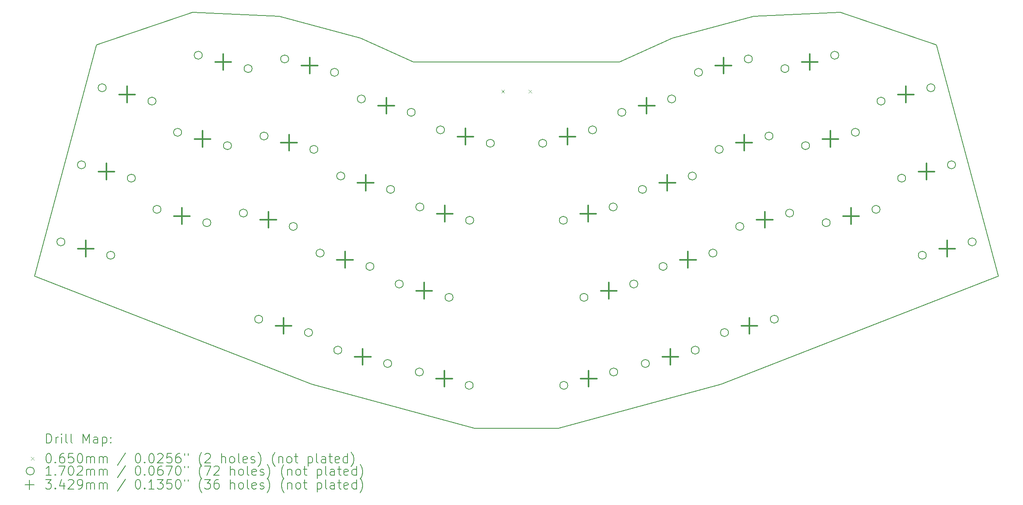
<source format=gbr>
%TF.GenerationSoftware,KiCad,Pcbnew,8.0.6+1*%
%TF.CreationDate,2024-12-08T12:34:57+01:00*%
%TF.ProjectId,keymini,6b65796d-696e-4692-9e6b-696361645f70,rev?*%
%TF.SameCoordinates,Original*%
%TF.FileFunction,Drillmap*%
%TF.FilePolarity,Positive*%
%FSLAX45Y45*%
G04 Gerber Fmt 4.5, Leading zero omitted, Abs format (unit mm)*
G04 Created by KiCad (PCBNEW 8.0.6+1) date 2024-12-08 12:34:57*
%MOMM*%
%LPD*%
G01*
G04 APERTURE LIST*
%ADD10C,0.200000*%
%ADD11C,0.100000*%
%ADD12C,0.170180*%
%ADD13C,0.342900*%
G04 APERTURE END LIST*
D10*
X9939290Y-2022820D02*
X8097100Y-1943320D01*
X25272100Y-7562770D02*
X23952150Y-2636560D01*
X21902900Y-1943320D02*
X20060710Y-2022820D01*
X15890636Y-10801230D02*
X19367970Y-9869480D01*
X23952150Y-2636560D02*
X21902900Y-1943320D01*
X11677960Y-2488700D02*
X9939290Y-2022820D01*
X4727900Y-7562770D02*
X10632030Y-9869480D01*
X8097100Y-1943320D02*
X6047850Y-2636560D01*
X17198130Y-3000000D02*
X12801870Y-3000000D01*
X6047850Y-2636560D02*
X4727900Y-7562770D01*
X10632030Y-9869480D02*
X14109364Y-10801230D01*
X18322040Y-2488700D02*
X17198130Y-3000000D01*
X14109364Y-10801230D02*
X15890636Y-10801230D01*
X20060710Y-2022820D02*
X18322040Y-2488700D01*
X19367970Y-9869480D02*
X25272100Y-7562770D01*
X12801870Y-3000000D02*
X11677960Y-2488700D01*
D11*
X14678500Y-3595000D02*
X14743500Y-3660000D01*
X14743500Y-3595000D02*
X14678500Y-3660000D01*
X15256500Y-3595000D02*
X15321500Y-3660000D01*
X15321500Y-3595000D02*
X15256500Y-3660000D01*
D12*
X5371031Y-6832349D02*
G75*
G02*
X5200851Y-6832349I-85090J0D01*
G01*
X5200851Y-6832349D02*
G75*
G02*
X5371031Y-6832349I85090J0D01*
G01*
X5811031Y-5190250D02*
G75*
G02*
X5640851Y-5190250I-85090J0D01*
G01*
X5640851Y-5190250D02*
G75*
G02*
X5811031Y-5190250I85090J0D01*
G01*
X6251031Y-3548149D02*
G75*
G02*
X6080851Y-3548149I-85090J0D01*
G01*
X6080851Y-3548149D02*
G75*
G02*
X6251031Y-3548149I85090J0D01*
G01*
X6433549Y-7117050D02*
G75*
G02*
X6263369Y-7117050I-85090J0D01*
G01*
X6263369Y-7117050D02*
G75*
G02*
X6433549Y-7117050I85090J0D01*
G01*
X6873549Y-5474951D02*
G75*
G02*
X6703369Y-5474951I-85090J0D01*
G01*
X6703369Y-5474951D02*
G75*
G02*
X6873549Y-5474951I85090J0D01*
G01*
X7313549Y-3832850D02*
G75*
G02*
X7143369Y-3832850I-85090J0D01*
G01*
X7143369Y-3832850D02*
G75*
G02*
X7313549Y-3832850I85090J0D01*
G01*
X7420331Y-6139049D02*
G75*
G02*
X7250151Y-6139049I-85090J0D01*
G01*
X7250151Y-6139049D02*
G75*
G02*
X7420331Y-6139049I85090J0D01*
G01*
X7860231Y-4497050D02*
G75*
G02*
X7690051Y-4497050I-85090J0D01*
G01*
X7690051Y-4497050D02*
G75*
G02*
X7860231Y-4497050I85090J0D01*
G01*
X8300231Y-2854949D02*
G75*
G02*
X8130051Y-2854949I-85090J0D01*
G01*
X8130051Y-2854949D02*
G75*
G02*
X8300231Y-2854949I85090J0D01*
G01*
X8482849Y-6423750D02*
G75*
G02*
X8312669Y-6423750I-85090J0D01*
G01*
X8312669Y-6423750D02*
G75*
G02*
X8482849Y-6423750I85090J0D01*
G01*
X8922749Y-4781751D02*
G75*
G02*
X8752569Y-4781751I-85090J0D01*
G01*
X8752569Y-4781751D02*
G75*
G02*
X8922749Y-4781751I85090J0D01*
G01*
X9262431Y-6218549D02*
G75*
G02*
X9092251Y-6218549I-85090J0D01*
G01*
X9092251Y-6218549D02*
G75*
G02*
X9262431Y-6218549I85090J0D01*
G01*
X9362749Y-3139650D02*
G75*
G02*
X9192569Y-3139650I-85090J0D01*
G01*
X9192569Y-3139650D02*
G75*
G02*
X9362749Y-3139650I85090J0D01*
G01*
X9588331Y-8479950D02*
G75*
G02*
X9418151Y-8479950I-85090J0D01*
G01*
X9418151Y-8479950D02*
G75*
G02*
X9588331Y-8479950I85090J0D01*
G01*
X9702431Y-4576550D02*
G75*
G02*
X9532251Y-4576550I-85090J0D01*
G01*
X9532251Y-4576550D02*
G75*
G02*
X9702431Y-4576550I85090J0D01*
G01*
X10142431Y-2934449D02*
G75*
G02*
X9972251Y-2934449I-85090J0D01*
G01*
X9972251Y-2934449D02*
G75*
G02*
X10142431Y-2934449I85090J0D01*
G01*
X10324949Y-6503250D02*
G75*
G02*
X10154769Y-6503250I-85090J0D01*
G01*
X10154769Y-6503250D02*
G75*
G02*
X10324949Y-6503250I85090J0D01*
G01*
X10650849Y-8764651D02*
G75*
G02*
X10480669Y-8764651I-85090J0D01*
G01*
X10480669Y-8764651D02*
G75*
G02*
X10650849Y-8764651I85090J0D01*
G01*
X10764949Y-4861251D02*
G75*
G02*
X10594769Y-4861251I-85090J0D01*
G01*
X10594769Y-4861251D02*
G75*
G02*
X10764949Y-4861251I85090J0D01*
G01*
X10897631Y-7070849D02*
G75*
G02*
X10727451Y-7070849I-85090J0D01*
G01*
X10727451Y-7070849D02*
G75*
G02*
X10897631Y-7070849I85090J0D01*
G01*
X11204949Y-3219150D02*
G75*
G02*
X11034769Y-3219150I-85090J0D01*
G01*
X11034769Y-3219150D02*
G75*
G02*
X11204949Y-3219150I85090J0D01*
G01*
X11275231Y-9139050D02*
G75*
G02*
X11105051Y-9139050I-85090J0D01*
G01*
X11105051Y-9139050D02*
G75*
G02*
X11275231Y-9139050I85090J0D01*
G01*
X11337631Y-5428750D02*
G75*
G02*
X11167451Y-5428750I-85090J0D01*
G01*
X11167451Y-5428750D02*
G75*
G02*
X11337631Y-5428750I85090J0D01*
G01*
X11777631Y-3786649D02*
G75*
G02*
X11607451Y-3786649I-85090J0D01*
G01*
X11607451Y-3786649D02*
G75*
G02*
X11777631Y-3786649I85090J0D01*
G01*
X11960149Y-7355550D02*
G75*
G02*
X11789969Y-7355550I-85090J0D01*
G01*
X11789969Y-7355550D02*
G75*
G02*
X11960149Y-7355550I85090J0D01*
G01*
X12337749Y-9423751D02*
G75*
G02*
X12167569Y-9423751I-85090J0D01*
G01*
X12167569Y-9423751D02*
G75*
G02*
X12337749Y-9423751I85090J0D01*
G01*
X12400149Y-5713450D02*
G75*
G02*
X12229969Y-5713450I-85090J0D01*
G01*
X12229969Y-5713450D02*
G75*
G02*
X12400149Y-5713450I85090J0D01*
G01*
X12584531Y-7729849D02*
G75*
G02*
X12414351Y-7729849I-85090J0D01*
G01*
X12414351Y-7729849D02*
G75*
G02*
X12584531Y-7729849I85090J0D01*
G01*
X12840149Y-4071350D02*
G75*
G02*
X12669969Y-4071350I-85090J0D01*
G01*
X12669969Y-4071350D02*
G75*
G02*
X12840149Y-4071350I85090J0D01*
G01*
X13013831Y-9604950D02*
G75*
G02*
X12843651Y-9604950I-85090J0D01*
G01*
X12843651Y-9604950D02*
G75*
G02*
X13013831Y-9604950I85090J0D01*
G01*
X13024531Y-6087849D02*
G75*
G02*
X12854351Y-6087849I-85090J0D01*
G01*
X12854351Y-6087849D02*
G75*
G02*
X13024531Y-6087849I85090J0D01*
G01*
X13464531Y-4445750D02*
G75*
G02*
X13294351Y-4445750I-85090J0D01*
G01*
X13294351Y-4445750D02*
G75*
G02*
X13464531Y-4445750I85090J0D01*
G01*
X13647049Y-8014550D02*
G75*
G02*
X13476869Y-8014550I-85090J0D01*
G01*
X13476869Y-8014550D02*
G75*
G02*
X13647049Y-8014550I85090J0D01*
G01*
X14076349Y-9889651D02*
G75*
G02*
X13906169Y-9889651I-85090J0D01*
G01*
X13906169Y-9889651D02*
G75*
G02*
X14076349Y-9889651I85090J0D01*
G01*
X14087049Y-6372550D02*
G75*
G02*
X13916869Y-6372550I-85090J0D01*
G01*
X13916869Y-6372550D02*
G75*
G02*
X14087049Y-6372550I85090J0D01*
G01*
X14527049Y-4730451D02*
G75*
G02*
X14356869Y-4730451I-85090J0D01*
G01*
X14356869Y-4730451D02*
G75*
G02*
X14527049Y-4730451I85090J0D01*
G01*
X15643131Y-4730451D02*
G75*
G02*
X15472951Y-4730451I-85090J0D01*
G01*
X15472951Y-4730451D02*
G75*
G02*
X15643131Y-4730451I85090J0D01*
G01*
X16083131Y-6372550D02*
G75*
G02*
X15912951Y-6372550I-85090J0D01*
G01*
X15912951Y-6372550D02*
G75*
G02*
X16083131Y-6372550I85090J0D01*
G01*
X16093831Y-9889651D02*
G75*
G02*
X15923651Y-9889651I-85090J0D01*
G01*
X15923651Y-9889651D02*
G75*
G02*
X16093831Y-9889651I85090J0D01*
G01*
X16523131Y-8014550D02*
G75*
G02*
X16352951Y-8014550I-85090J0D01*
G01*
X16352951Y-8014550D02*
G75*
G02*
X16523131Y-8014550I85090J0D01*
G01*
X16705649Y-4445750D02*
G75*
G02*
X16535469Y-4445750I-85090J0D01*
G01*
X16535469Y-4445750D02*
G75*
G02*
X16705649Y-4445750I85090J0D01*
G01*
X17145649Y-6087849D02*
G75*
G02*
X16975469Y-6087849I-85090J0D01*
G01*
X16975469Y-6087849D02*
G75*
G02*
X17145649Y-6087849I85090J0D01*
G01*
X17156349Y-9604950D02*
G75*
G02*
X16986169Y-9604950I-85090J0D01*
G01*
X16986169Y-9604950D02*
G75*
G02*
X17156349Y-9604950I85090J0D01*
G01*
X17330031Y-4071350D02*
G75*
G02*
X17159851Y-4071350I-85090J0D01*
G01*
X17159851Y-4071350D02*
G75*
G02*
X17330031Y-4071350I85090J0D01*
G01*
X17585649Y-7729849D02*
G75*
G02*
X17415469Y-7729849I-85090J0D01*
G01*
X17415469Y-7729849D02*
G75*
G02*
X17585649Y-7729849I85090J0D01*
G01*
X17770031Y-5713450D02*
G75*
G02*
X17599851Y-5713450I-85090J0D01*
G01*
X17599851Y-5713450D02*
G75*
G02*
X17770031Y-5713450I85090J0D01*
G01*
X17832431Y-9423751D02*
G75*
G02*
X17662251Y-9423751I-85090J0D01*
G01*
X17662251Y-9423751D02*
G75*
G02*
X17832431Y-9423751I85090J0D01*
G01*
X18210031Y-7355550D02*
G75*
G02*
X18039851Y-7355550I-85090J0D01*
G01*
X18039851Y-7355550D02*
G75*
G02*
X18210031Y-7355550I85090J0D01*
G01*
X18392549Y-3786649D02*
G75*
G02*
X18222369Y-3786649I-85090J0D01*
G01*
X18222369Y-3786649D02*
G75*
G02*
X18392549Y-3786649I85090J0D01*
G01*
X18832549Y-5428750D02*
G75*
G02*
X18662369Y-5428750I-85090J0D01*
G01*
X18662369Y-5428750D02*
G75*
G02*
X18832549Y-5428750I85090J0D01*
G01*
X18894949Y-9139050D02*
G75*
G02*
X18724769Y-9139050I-85090J0D01*
G01*
X18724769Y-9139050D02*
G75*
G02*
X18894949Y-9139050I85090J0D01*
G01*
X18965231Y-3219150D02*
G75*
G02*
X18795051Y-3219150I-85090J0D01*
G01*
X18795051Y-3219150D02*
G75*
G02*
X18965231Y-3219150I85090J0D01*
G01*
X19272549Y-7070849D02*
G75*
G02*
X19102369Y-7070849I-85090J0D01*
G01*
X19102369Y-7070849D02*
G75*
G02*
X19272549Y-7070849I85090J0D01*
G01*
X19405231Y-4861251D02*
G75*
G02*
X19235051Y-4861251I-85090J0D01*
G01*
X19235051Y-4861251D02*
G75*
G02*
X19405231Y-4861251I85090J0D01*
G01*
X19519331Y-8764651D02*
G75*
G02*
X19349151Y-8764651I-85090J0D01*
G01*
X19349151Y-8764651D02*
G75*
G02*
X19519331Y-8764651I85090J0D01*
G01*
X19845231Y-6503250D02*
G75*
G02*
X19675051Y-6503250I-85090J0D01*
G01*
X19675051Y-6503250D02*
G75*
G02*
X19845231Y-6503250I85090J0D01*
G01*
X20027749Y-2934449D02*
G75*
G02*
X19857569Y-2934449I-85090J0D01*
G01*
X19857569Y-2934449D02*
G75*
G02*
X20027749Y-2934449I85090J0D01*
G01*
X20467749Y-4576550D02*
G75*
G02*
X20297569Y-4576550I-85090J0D01*
G01*
X20297569Y-4576550D02*
G75*
G02*
X20467749Y-4576550I85090J0D01*
G01*
X20581849Y-8479950D02*
G75*
G02*
X20411669Y-8479950I-85090J0D01*
G01*
X20411669Y-8479950D02*
G75*
G02*
X20581849Y-8479950I85090J0D01*
G01*
X20807431Y-3139650D02*
G75*
G02*
X20637251Y-3139650I-85090J0D01*
G01*
X20637251Y-3139650D02*
G75*
G02*
X20807431Y-3139650I85090J0D01*
G01*
X20907749Y-6218549D02*
G75*
G02*
X20737569Y-6218549I-85090J0D01*
G01*
X20737569Y-6218549D02*
G75*
G02*
X20907749Y-6218549I85090J0D01*
G01*
X21247431Y-4781751D02*
G75*
G02*
X21077251Y-4781751I-85090J0D01*
G01*
X21077251Y-4781751D02*
G75*
G02*
X21247431Y-4781751I85090J0D01*
G01*
X21687331Y-6423750D02*
G75*
G02*
X21517151Y-6423750I-85090J0D01*
G01*
X21517151Y-6423750D02*
G75*
G02*
X21687331Y-6423750I85090J0D01*
G01*
X21869949Y-2854949D02*
G75*
G02*
X21699769Y-2854949I-85090J0D01*
G01*
X21699769Y-2854949D02*
G75*
G02*
X21869949Y-2854949I85090J0D01*
G01*
X22309949Y-4497050D02*
G75*
G02*
X22139769Y-4497050I-85090J0D01*
G01*
X22139769Y-4497050D02*
G75*
G02*
X22309949Y-4497050I85090J0D01*
G01*
X22749849Y-6139049D02*
G75*
G02*
X22579669Y-6139049I-85090J0D01*
G01*
X22579669Y-6139049D02*
G75*
G02*
X22749849Y-6139049I85090J0D01*
G01*
X22856631Y-3832850D02*
G75*
G02*
X22686451Y-3832850I-85090J0D01*
G01*
X22686451Y-3832850D02*
G75*
G02*
X22856631Y-3832850I85090J0D01*
G01*
X23296631Y-5474951D02*
G75*
G02*
X23126451Y-5474951I-85090J0D01*
G01*
X23126451Y-5474951D02*
G75*
G02*
X23296631Y-5474951I85090J0D01*
G01*
X23736631Y-7117050D02*
G75*
G02*
X23566451Y-7117050I-85090J0D01*
G01*
X23566451Y-7117050D02*
G75*
G02*
X23736631Y-7117050I85090J0D01*
G01*
X23919149Y-3548149D02*
G75*
G02*
X23748969Y-3548149I-85090J0D01*
G01*
X23748969Y-3548149D02*
G75*
G02*
X23919149Y-3548149I85090J0D01*
G01*
X24359149Y-5190250D02*
G75*
G02*
X24188969Y-5190250I-85090J0D01*
G01*
X24188969Y-5190250D02*
G75*
G02*
X24359149Y-5190250I85090J0D01*
G01*
X24799149Y-6832349D02*
G75*
G02*
X24628969Y-6832349I-85090J0D01*
G01*
X24628969Y-6832349D02*
G75*
G02*
X24799149Y-6832349I85090J0D01*
G01*
D13*
X5817200Y-6803250D02*
X5817200Y-7146150D01*
X5645750Y-6974700D02*
X5988650Y-6974700D01*
X6257200Y-5161150D02*
X6257200Y-5504050D01*
X6085750Y-5332600D02*
X6428650Y-5332600D01*
X6697200Y-3519050D02*
X6697200Y-3861950D01*
X6525750Y-3690500D02*
X6868650Y-3690500D01*
X7866500Y-6109950D02*
X7866500Y-6452850D01*
X7695050Y-6281400D02*
X8037950Y-6281400D01*
X8306400Y-4467950D02*
X8306400Y-4810850D01*
X8134950Y-4639400D02*
X8477850Y-4639400D01*
X8746400Y-2825850D02*
X8746400Y-3168750D01*
X8574950Y-2997300D02*
X8917850Y-2997300D01*
X9708600Y-6189450D02*
X9708600Y-6532350D01*
X9537150Y-6360900D02*
X9880050Y-6360900D01*
X10034500Y-8450850D02*
X10034500Y-8793750D01*
X9863050Y-8622300D02*
X10205950Y-8622300D01*
X10148600Y-4547450D02*
X10148600Y-4890350D01*
X9977150Y-4718900D02*
X10320050Y-4718900D01*
X10588600Y-2905350D02*
X10588600Y-3248250D01*
X10417150Y-3076800D02*
X10760050Y-3076800D01*
X11343800Y-7041750D02*
X11343800Y-7384650D01*
X11172350Y-7213200D02*
X11515250Y-7213200D01*
X11721400Y-9109950D02*
X11721400Y-9452850D01*
X11549950Y-9281400D02*
X11892850Y-9281400D01*
X11783800Y-5399650D02*
X11783800Y-5742550D01*
X11612350Y-5571100D02*
X11955250Y-5571100D01*
X12223800Y-3757550D02*
X12223800Y-4100450D01*
X12052350Y-3929000D02*
X12395250Y-3929000D01*
X13030700Y-7700750D02*
X13030700Y-8043650D01*
X12859250Y-7872200D02*
X13202150Y-7872200D01*
X13460000Y-9575850D02*
X13460000Y-9918750D01*
X13288550Y-9747300D02*
X13631450Y-9747300D01*
X13470700Y-6058750D02*
X13470700Y-6401650D01*
X13299250Y-6230200D02*
X13642150Y-6230200D01*
X13910700Y-4416650D02*
X13910700Y-4759550D01*
X13739250Y-4588100D02*
X14082150Y-4588100D01*
X16089300Y-4416650D02*
X16089300Y-4759550D01*
X15917850Y-4588100D02*
X16260750Y-4588100D01*
X16529300Y-6058750D02*
X16529300Y-6401650D01*
X16357850Y-6230200D02*
X16700750Y-6230200D01*
X16540000Y-9575850D02*
X16540000Y-9918750D01*
X16368550Y-9747300D02*
X16711450Y-9747300D01*
X16969300Y-7700750D02*
X16969300Y-8043650D01*
X16797850Y-7872200D02*
X17140750Y-7872200D01*
X17776200Y-3757550D02*
X17776200Y-4100450D01*
X17604750Y-3929000D02*
X17947650Y-3929000D01*
X18216200Y-5399650D02*
X18216200Y-5742550D01*
X18044750Y-5571100D02*
X18387650Y-5571100D01*
X18278600Y-9109950D02*
X18278600Y-9452850D01*
X18107150Y-9281400D02*
X18450050Y-9281400D01*
X18656200Y-7041750D02*
X18656200Y-7384650D01*
X18484750Y-7213200D02*
X18827650Y-7213200D01*
X19411400Y-2905350D02*
X19411400Y-3248250D01*
X19239950Y-3076800D02*
X19582850Y-3076800D01*
X19851400Y-4547450D02*
X19851400Y-4890350D01*
X19679950Y-4718900D02*
X20022850Y-4718900D01*
X19965500Y-8450850D02*
X19965500Y-8793750D01*
X19794050Y-8622300D02*
X20136950Y-8622300D01*
X20291400Y-6189450D02*
X20291400Y-6532350D01*
X20119950Y-6360900D02*
X20462850Y-6360900D01*
X21253600Y-2825850D02*
X21253600Y-3168750D01*
X21082150Y-2997300D02*
X21425050Y-2997300D01*
X21693600Y-4467950D02*
X21693600Y-4810850D01*
X21522150Y-4639400D02*
X21865050Y-4639400D01*
X22133500Y-6109950D02*
X22133500Y-6452850D01*
X21962050Y-6281400D02*
X22304950Y-6281400D01*
X23302800Y-3519050D02*
X23302800Y-3861950D01*
X23131350Y-3690500D02*
X23474250Y-3690500D01*
X23742800Y-5161150D02*
X23742800Y-5504050D01*
X23571350Y-5332600D02*
X23914250Y-5332600D01*
X24182800Y-6803250D02*
X24182800Y-7146150D01*
X24011350Y-6974700D02*
X24354250Y-6974700D01*
D10*
X4978677Y-11122714D02*
X4978677Y-10922714D01*
X4978677Y-10922714D02*
X5026296Y-10922714D01*
X5026296Y-10922714D02*
X5054867Y-10932238D01*
X5054867Y-10932238D02*
X5073915Y-10951285D01*
X5073915Y-10951285D02*
X5083439Y-10970333D01*
X5083439Y-10970333D02*
X5092963Y-11008428D01*
X5092963Y-11008428D02*
X5092963Y-11037000D01*
X5092963Y-11037000D02*
X5083439Y-11075095D01*
X5083439Y-11075095D02*
X5073915Y-11094142D01*
X5073915Y-11094142D02*
X5054867Y-11113190D01*
X5054867Y-11113190D02*
X5026296Y-11122714D01*
X5026296Y-11122714D02*
X4978677Y-11122714D01*
X5178677Y-11122714D02*
X5178677Y-10989380D01*
X5178677Y-11027476D02*
X5188201Y-11008428D01*
X5188201Y-11008428D02*
X5197724Y-10998904D01*
X5197724Y-10998904D02*
X5216772Y-10989380D01*
X5216772Y-10989380D02*
X5235820Y-10989380D01*
X5302486Y-11122714D02*
X5302486Y-10989380D01*
X5302486Y-10922714D02*
X5292963Y-10932238D01*
X5292963Y-10932238D02*
X5302486Y-10941761D01*
X5302486Y-10941761D02*
X5312010Y-10932238D01*
X5312010Y-10932238D02*
X5302486Y-10922714D01*
X5302486Y-10922714D02*
X5302486Y-10941761D01*
X5426296Y-11122714D02*
X5407248Y-11113190D01*
X5407248Y-11113190D02*
X5397724Y-11094142D01*
X5397724Y-11094142D02*
X5397724Y-10922714D01*
X5531058Y-11122714D02*
X5512010Y-11113190D01*
X5512010Y-11113190D02*
X5502486Y-11094142D01*
X5502486Y-11094142D02*
X5502486Y-10922714D01*
X5759629Y-11122714D02*
X5759629Y-10922714D01*
X5759629Y-10922714D02*
X5826296Y-11065571D01*
X5826296Y-11065571D02*
X5892962Y-10922714D01*
X5892962Y-10922714D02*
X5892962Y-11122714D01*
X6073915Y-11122714D02*
X6073915Y-11017952D01*
X6073915Y-11017952D02*
X6064391Y-10998904D01*
X6064391Y-10998904D02*
X6045343Y-10989380D01*
X6045343Y-10989380D02*
X6007248Y-10989380D01*
X6007248Y-10989380D02*
X5988201Y-10998904D01*
X6073915Y-11113190D02*
X6054867Y-11122714D01*
X6054867Y-11122714D02*
X6007248Y-11122714D01*
X6007248Y-11122714D02*
X5988201Y-11113190D01*
X5988201Y-11113190D02*
X5978677Y-11094142D01*
X5978677Y-11094142D02*
X5978677Y-11075095D01*
X5978677Y-11075095D02*
X5988201Y-11056047D01*
X5988201Y-11056047D02*
X6007248Y-11046523D01*
X6007248Y-11046523D02*
X6054867Y-11046523D01*
X6054867Y-11046523D02*
X6073915Y-11037000D01*
X6169153Y-10989380D02*
X6169153Y-11189380D01*
X6169153Y-10998904D02*
X6188201Y-10989380D01*
X6188201Y-10989380D02*
X6226296Y-10989380D01*
X6226296Y-10989380D02*
X6245343Y-10998904D01*
X6245343Y-10998904D02*
X6254867Y-11008428D01*
X6254867Y-11008428D02*
X6264391Y-11027476D01*
X6264391Y-11027476D02*
X6264391Y-11084619D01*
X6264391Y-11084619D02*
X6254867Y-11103666D01*
X6254867Y-11103666D02*
X6245343Y-11113190D01*
X6245343Y-11113190D02*
X6226296Y-11122714D01*
X6226296Y-11122714D02*
X6188201Y-11122714D01*
X6188201Y-11122714D02*
X6169153Y-11113190D01*
X6350105Y-11103666D02*
X6359629Y-11113190D01*
X6359629Y-11113190D02*
X6350105Y-11122714D01*
X6350105Y-11122714D02*
X6340582Y-11113190D01*
X6340582Y-11113190D02*
X6350105Y-11103666D01*
X6350105Y-11103666D02*
X6350105Y-11122714D01*
X6350105Y-10998904D02*
X6359629Y-11008428D01*
X6359629Y-11008428D02*
X6350105Y-11017952D01*
X6350105Y-11017952D02*
X6340582Y-11008428D01*
X6340582Y-11008428D02*
X6350105Y-10998904D01*
X6350105Y-10998904D02*
X6350105Y-11017952D01*
D11*
X4652900Y-11418730D02*
X4717900Y-11483730D01*
X4717900Y-11418730D02*
X4652900Y-11483730D01*
D10*
X5016772Y-11342714D02*
X5035820Y-11342714D01*
X5035820Y-11342714D02*
X5054867Y-11352238D01*
X5054867Y-11352238D02*
X5064391Y-11361761D01*
X5064391Y-11361761D02*
X5073915Y-11380809D01*
X5073915Y-11380809D02*
X5083439Y-11418904D01*
X5083439Y-11418904D02*
X5083439Y-11466523D01*
X5083439Y-11466523D02*
X5073915Y-11504618D01*
X5073915Y-11504618D02*
X5064391Y-11523666D01*
X5064391Y-11523666D02*
X5054867Y-11533190D01*
X5054867Y-11533190D02*
X5035820Y-11542714D01*
X5035820Y-11542714D02*
X5016772Y-11542714D01*
X5016772Y-11542714D02*
X4997724Y-11533190D01*
X4997724Y-11533190D02*
X4988201Y-11523666D01*
X4988201Y-11523666D02*
X4978677Y-11504618D01*
X4978677Y-11504618D02*
X4969153Y-11466523D01*
X4969153Y-11466523D02*
X4969153Y-11418904D01*
X4969153Y-11418904D02*
X4978677Y-11380809D01*
X4978677Y-11380809D02*
X4988201Y-11361761D01*
X4988201Y-11361761D02*
X4997724Y-11352238D01*
X4997724Y-11352238D02*
X5016772Y-11342714D01*
X5169153Y-11523666D02*
X5178677Y-11533190D01*
X5178677Y-11533190D02*
X5169153Y-11542714D01*
X5169153Y-11542714D02*
X5159629Y-11533190D01*
X5159629Y-11533190D02*
X5169153Y-11523666D01*
X5169153Y-11523666D02*
X5169153Y-11542714D01*
X5350105Y-11342714D02*
X5312010Y-11342714D01*
X5312010Y-11342714D02*
X5292963Y-11352238D01*
X5292963Y-11352238D02*
X5283439Y-11361761D01*
X5283439Y-11361761D02*
X5264391Y-11390333D01*
X5264391Y-11390333D02*
X5254867Y-11428428D01*
X5254867Y-11428428D02*
X5254867Y-11504618D01*
X5254867Y-11504618D02*
X5264391Y-11523666D01*
X5264391Y-11523666D02*
X5273915Y-11533190D01*
X5273915Y-11533190D02*
X5292963Y-11542714D01*
X5292963Y-11542714D02*
X5331058Y-11542714D01*
X5331058Y-11542714D02*
X5350105Y-11533190D01*
X5350105Y-11533190D02*
X5359629Y-11523666D01*
X5359629Y-11523666D02*
X5369153Y-11504618D01*
X5369153Y-11504618D02*
X5369153Y-11456999D01*
X5369153Y-11456999D02*
X5359629Y-11437952D01*
X5359629Y-11437952D02*
X5350105Y-11428428D01*
X5350105Y-11428428D02*
X5331058Y-11418904D01*
X5331058Y-11418904D02*
X5292963Y-11418904D01*
X5292963Y-11418904D02*
X5273915Y-11428428D01*
X5273915Y-11428428D02*
X5264391Y-11437952D01*
X5264391Y-11437952D02*
X5254867Y-11456999D01*
X5550105Y-11342714D02*
X5454867Y-11342714D01*
X5454867Y-11342714D02*
X5445344Y-11437952D01*
X5445344Y-11437952D02*
X5454867Y-11428428D01*
X5454867Y-11428428D02*
X5473915Y-11418904D01*
X5473915Y-11418904D02*
X5521534Y-11418904D01*
X5521534Y-11418904D02*
X5540582Y-11428428D01*
X5540582Y-11428428D02*
X5550105Y-11437952D01*
X5550105Y-11437952D02*
X5559629Y-11456999D01*
X5559629Y-11456999D02*
X5559629Y-11504618D01*
X5559629Y-11504618D02*
X5550105Y-11523666D01*
X5550105Y-11523666D02*
X5540582Y-11533190D01*
X5540582Y-11533190D02*
X5521534Y-11542714D01*
X5521534Y-11542714D02*
X5473915Y-11542714D01*
X5473915Y-11542714D02*
X5454867Y-11533190D01*
X5454867Y-11533190D02*
X5445344Y-11523666D01*
X5683439Y-11342714D02*
X5702486Y-11342714D01*
X5702486Y-11342714D02*
X5721534Y-11352238D01*
X5721534Y-11352238D02*
X5731058Y-11361761D01*
X5731058Y-11361761D02*
X5740582Y-11380809D01*
X5740582Y-11380809D02*
X5750105Y-11418904D01*
X5750105Y-11418904D02*
X5750105Y-11466523D01*
X5750105Y-11466523D02*
X5740582Y-11504618D01*
X5740582Y-11504618D02*
X5731058Y-11523666D01*
X5731058Y-11523666D02*
X5721534Y-11533190D01*
X5721534Y-11533190D02*
X5702486Y-11542714D01*
X5702486Y-11542714D02*
X5683439Y-11542714D01*
X5683439Y-11542714D02*
X5664391Y-11533190D01*
X5664391Y-11533190D02*
X5654867Y-11523666D01*
X5654867Y-11523666D02*
X5645343Y-11504618D01*
X5645343Y-11504618D02*
X5635820Y-11466523D01*
X5635820Y-11466523D02*
X5635820Y-11418904D01*
X5635820Y-11418904D02*
X5645343Y-11380809D01*
X5645343Y-11380809D02*
X5654867Y-11361761D01*
X5654867Y-11361761D02*
X5664391Y-11352238D01*
X5664391Y-11352238D02*
X5683439Y-11342714D01*
X5835820Y-11542714D02*
X5835820Y-11409380D01*
X5835820Y-11428428D02*
X5845343Y-11418904D01*
X5845343Y-11418904D02*
X5864391Y-11409380D01*
X5864391Y-11409380D02*
X5892963Y-11409380D01*
X5892963Y-11409380D02*
X5912010Y-11418904D01*
X5912010Y-11418904D02*
X5921534Y-11437952D01*
X5921534Y-11437952D02*
X5921534Y-11542714D01*
X5921534Y-11437952D02*
X5931058Y-11418904D01*
X5931058Y-11418904D02*
X5950105Y-11409380D01*
X5950105Y-11409380D02*
X5978677Y-11409380D01*
X5978677Y-11409380D02*
X5997724Y-11418904D01*
X5997724Y-11418904D02*
X6007248Y-11437952D01*
X6007248Y-11437952D02*
X6007248Y-11542714D01*
X6102486Y-11542714D02*
X6102486Y-11409380D01*
X6102486Y-11428428D02*
X6112010Y-11418904D01*
X6112010Y-11418904D02*
X6131058Y-11409380D01*
X6131058Y-11409380D02*
X6159629Y-11409380D01*
X6159629Y-11409380D02*
X6178677Y-11418904D01*
X6178677Y-11418904D02*
X6188201Y-11437952D01*
X6188201Y-11437952D02*
X6188201Y-11542714D01*
X6188201Y-11437952D02*
X6197724Y-11418904D01*
X6197724Y-11418904D02*
X6216772Y-11409380D01*
X6216772Y-11409380D02*
X6245343Y-11409380D01*
X6245343Y-11409380D02*
X6264391Y-11418904D01*
X6264391Y-11418904D02*
X6273915Y-11437952D01*
X6273915Y-11437952D02*
X6273915Y-11542714D01*
X6664391Y-11333190D02*
X6492963Y-11590333D01*
X6921534Y-11342714D02*
X6940582Y-11342714D01*
X6940582Y-11342714D02*
X6959629Y-11352238D01*
X6959629Y-11352238D02*
X6969153Y-11361761D01*
X6969153Y-11361761D02*
X6978677Y-11380809D01*
X6978677Y-11380809D02*
X6988201Y-11418904D01*
X6988201Y-11418904D02*
X6988201Y-11466523D01*
X6988201Y-11466523D02*
X6978677Y-11504618D01*
X6978677Y-11504618D02*
X6969153Y-11523666D01*
X6969153Y-11523666D02*
X6959629Y-11533190D01*
X6959629Y-11533190D02*
X6940582Y-11542714D01*
X6940582Y-11542714D02*
X6921534Y-11542714D01*
X6921534Y-11542714D02*
X6902486Y-11533190D01*
X6902486Y-11533190D02*
X6892963Y-11523666D01*
X6892963Y-11523666D02*
X6883439Y-11504618D01*
X6883439Y-11504618D02*
X6873915Y-11466523D01*
X6873915Y-11466523D02*
X6873915Y-11418904D01*
X6873915Y-11418904D02*
X6883439Y-11380809D01*
X6883439Y-11380809D02*
X6892963Y-11361761D01*
X6892963Y-11361761D02*
X6902486Y-11352238D01*
X6902486Y-11352238D02*
X6921534Y-11342714D01*
X7073915Y-11523666D02*
X7083439Y-11533190D01*
X7083439Y-11533190D02*
X7073915Y-11542714D01*
X7073915Y-11542714D02*
X7064391Y-11533190D01*
X7064391Y-11533190D02*
X7073915Y-11523666D01*
X7073915Y-11523666D02*
X7073915Y-11542714D01*
X7207248Y-11342714D02*
X7226296Y-11342714D01*
X7226296Y-11342714D02*
X7245344Y-11352238D01*
X7245344Y-11352238D02*
X7254867Y-11361761D01*
X7254867Y-11361761D02*
X7264391Y-11380809D01*
X7264391Y-11380809D02*
X7273915Y-11418904D01*
X7273915Y-11418904D02*
X7273915Y-11466523D01*
X7273915Y-11466523D02*
X7264391Y-11504618D01*
X7264391Y-11504618D02*
X7254867Y-11523666D01*
X7254867Y-11523666D02*
X7245344Y-11533190D01*
X7245344Y-11533190D02*
X7226296Y-11542714D01*
X7226296Y-11542714D02*
X7207248Y-11542714D01*
X7207248Y-11542714D02*
X7188201Y-11533190D01*
X7188201Y-11533190D02*
X7178677Y-11523666D01*
X7178677Y-11523666D02*
X7169153Y-11504618D01*
X7169153Y-11504618D02*
X7159629Y-11466523D01*
X7159629Y-11466523D02*
X7159629Y-11418904D01*
X7159629Y-11418904D02*
X7169153Y-11380809D01*
X7169153Y-11380809D02*
X7178677Y-11361761D01*
X7178677Y-11361761D02*
X7188201Y-11352238D01*
X7188201Y-11352238D02*
X7207248Y-11342714D01*
X7350106Y-11361761D02*
X7359629Y-11352238D01*
X7359629Y-11352238D02*
X7378677Y-11342714D01*
X7378677Y-11342714D02*
X7426296Y-11342714D01*
X7426296Y-11342714D02*
X7445344Y-11352238D01*
X7445344Y-11352238D02*
X7454867Y-11361761D01*
X7454867Y-11361761D02*
X7464391Y-11380809D01*
X7464391Y-11380809D02*
X7464391Y-11399857D01*
X7464391Y-11399857D02*
X7454867Y-11428428D01*
X7454867Y-11428428D02*
X7340582Y-11542714D01*
X7340582Y-11542714D02*
X7464391Y-11542714D01*
X7645344Y-11342714D02*
X7550106Y-11342714D01*
X7550106Y-11342714D02*
X7540582Y-11437952D01*
X7540582Y-11437952D02*
X7550106Y-11428428D01*
X7550106Y-11428428D02*
X7569153Y-11418904D01*
X7569153Y-11418904D02*
X7616772Y-11418904D01*
X7616772Y-11418904D02*
X7635820Y-11428428D01*
X7635820Y-11428428D02*
X7645344Y-11437952D01*
X7645344Y-11437952D02*
X7654867Y-11456999D01*
X7654867Y-11456999D02*
X7654867Y-11504618D01*
X7654867Y-11504618D02*
X7645344Y-11523666D01*
X7645344Y-11523666D02*
X7635820Y-11533190D01*
X7635820Y-11533190D02*
X7616772Y-11542714D01*
X7616772Y-11542714D02*
X7569153Y-11542714D01*
X7569153Y-11542714D02*
X7550106Y-11533190D01*
X7550106Y-11533190D02*
X7540582Y-11523666D01*
X7826296Y-11342714D02*
X7788201Y-11342714D01*
X7788201Y-11342714D02*
X7769153Y-11352238D01*
X7769153Y-11352238D02*
X7759629Y-11361761D01*
X7759629Y-11361761D02*
X7740582Y-11390333D01*
X7740582Y-11390333D02*
X7731058Y-11428428D01*
X7731058Y-11428428D02*
X7731058Y-11504618D01*
X7731058Y-11504618D02*
X7740582Y-11523666D01*
X7740582Y-11523666D02*
X7750106Y-11533190D01*
X7750106Y-11533190D02*
X7769153Y-11542714D01*
X7769153Y-11542714D02*
X7807248Y-11542714D01*
X7807248Y-11542714D02*
X7826296Y-11533190D01*
X7826296Y-11533190D02*
X7835820Y-11523666D01*
X7835820Y-11523666D02*
X7845344Y-11504618D01*
X7845344Y-11504618D02*
X7845344Y-11456999D01*
X7845344Y-11456999D02*
X7835820Y-11437952D01*
X7835820Y-11437952D02*
X7826296Y-11428428D01*
X7826296Y-11428428D02*
X7807248Y-11418904D01*
X7807248Y-11418904D02*
X7769153Y-11418904D01*
X7769153Y-11418904D02*
X7750106Y-11428428D01*
X7750106Y-11428428D02*
X7740582Y-11437952D01*
X7740582Y-11437952D02*
X7731058Y-11456999D01*
X7921534Y-11342714D02*
X7921534Y-11380809D01*
X7997725Y-11342714D02*
X7997725Y-11380809D01*
X8292963Y-11618904D02*
X8283439Y-11609380D01*
X8283439Y-11609380D02*
X8264391Y-11580809D01*
X8264391Y-11580809D02*
X8254868Y-11561761D01*
X8254868Y-11561761D02*
X8245344Y-11533190D01*
X8245344Y-11533190D02*
X8235820Y-11485571D01*
X8235820Y-11485571D02*
X8235820Y-11447476D01*
X8235820Y-11447476D02*
X8245344Y-11399857D01*
X8245344Y-11399857D02*
X8254868Y-11371285D01*
X8254868Y-11371285D02*
X8264391Y-11352238D01*
X8264391Y-11352238D02*
X8283439Y-11323666D01*
X8283439Y-11323666D02*
X8292963Y-11314142D01*
X8359629Y-11361761D02*
X8369153Y-11352238D01*
X8369153Y-11352238D02*
X8388201Y-11342714D01*
X8388201Y-11342714D02*
X8435820Y-11342714D01*
X8435820Y-11342714D02*
X8454868Y-11352238D01*
X8454868Y-11352238D02*
X8464391Y-11361761D01*
X8464391Y-11361761D02*
X8473915Y-11380809D01*
X8473915Y-11380809D02*
X8473915Y-11399857D01*
X8473915Y-11399857D02*
X8464391Y-11428428D01*
X8464391Y-11428428D02*
X8350106Y-11542714D01*
X8350106Y-11542714D02*
X8473915Y-11542714D01*
X8712011Y-11542714D02*
X8712011Y-11342714D01*
X8797725Y-11542714D02*
X8797725Y-11437952D01*
X8797725Y-11437952D02*
X8788201Y-11418904D01*
X8788201Y-11418904D02*
X8769153Y-11409380D01*
X8769153Y-11409380D02*
X8740582Y-11409380D01*
X8740582Y-11409380D02*
X8721534Y-11418904D01*
X8721534Y-11418904D02*
X8712011Y-11428428D01*
X8921534Y-11542714D02*
X8902487Y-11533190D01*
X8902487Y-11533190D02*
X8892963Y-11523666D01*
X8892963Y-11523666D02*
X8883439Y-11504618D01*
X8883439Y-11504618D02*
X8883439Y-11447476D01*
X8883439Y-11447476D02*
X8892963Y-11428428D01*
X8892963Y-11428428D02*
X8902487Y-11418904D01*
X8902487Y-11418904D02*
X8921534Y-11409380D01*
X8921534Y-11409380D02*
X8950106Y-11409380D01*
X8950106Y-11409380D02*
X8969153Y-11418904D01*
X8969153Y-11418904D02*
X8978677Y-11428428D01*
X8978677Y-11428428D02*
X8988201Y-11447476D01*
X8988201Y-11447476D02*
X8988201Y-11504618D01*
X8988201Y-11504618D02*
X8978677Y-11523666D01*
X8978677Y-11523666D02*
X8969153Y-11533190D01*
X8969153Y-11533190D02*
X8950106Y-11542714D01*
X8950106Y-11542714D02*
X8921534Y-11542714D01*
X9102487Y-11542714D02*
X9083439Y-11533190D01*
X9083439Y-11533190D02*
X9073915Y-11514142D01*
X9073915Y-11514142D02*
X9073915Y-11342714D01*
X9254868Y-11533190D02*
X9235820Y-11542714D01*
X9235820Y-11542714D02*
X9197725Y-11542714D01*
X9197725Y-11542714D02*
X9178677Y-11533190D01*
X9178677Y-11533190D02*
X9169153Y-11514142D01*
X9169153Y-11514142D02*
X9169153Y-11437952D01*
X9169153Y-11437952D02*
X9178677Y-11418904D01*
X9178677Y-11418904D02*
X9197725Y-11409380D01*
X9197725Y-11409380D02*
X9235820Y-11409380D01*
X9235820Y-11409380D02*
X9254868Y-11418904D01*
X9254868Y-11418904D02*
X9264392Y-11437952D01*
X9264392Y-11437952D02*
X9264392Y-11456999D01*
X9264392Y-11456999D02*
X9169153Y-11476047D01*
X9340582Y-11533190D02*
X9359630Y-11542714D01*
X9359630Y-11542714D02*
X9397725Y-11542714D01*
X9397725Y-11542714D02*
X9416773Y-11533190D01*
X9416773Y-11533190D02*
X9426296Y-11514142D01*
X9426296Y-11514142D02*
X9426296Y-11504618D01*
X9426296Y-11504618D02*
X9416773Y-11485571D01*
X9416773Y-11485571D02*
X9397725Y-11476047D01*
X9397725Y-11476047D02*
X9369153Y-11476047D01*
X9369153Y-11476047D02*
X9350106Y-11466523D01*
X9350106Y-11466523D02*
X9340582Y-11447476D01*
X9340582Y-11447476D02*
X9340582Y-11437952D01*
X9340582Y-11437952D02*
X9350106Y-11418904D01*
X9350106Y-11418904D02*
X9369153Y-11409380D01*
X9369153Y-11409380D02*
X9397725Y-11409380D01*
X9397725Y-11409380D02*
X9416773Y-11418904D01*
X9492963Y-11618904D02*
X9502487Y-11609380D01*
X9502487Y-11609380D02*
X9521534Y-11580809D01*
X9521534Y-11580809D02*
X9531058Y-11561761D01*
X9531058Y-11561761D02*
X9540582Y-11533190D01*
X9540582Y-11533190D02*
X9550106Y-11485571D01*
X9550106Y-11485571D02*
X9550106Y-11447476D01*
X9550106Y-11447476D02*
X9540582Y-11399857D01*
X9540582Y-11399857D02*
X9531058Y-11371285D01*
X9531058Y-11371285D02*
X9521534Y-11352238D01*
X9521534Y-11352238D02*
X9502487Y-11323666D01*
X9502487Y-11323666D02*
X9492963Y-11314142D01*
X9854868Y-11618904D02*
X9845344Y-11609380D01*
X9845344Y-11609380D02*
X9826296Y-11580809D01*
X9826296Y-11580809D02*
X9816773Y-11561761D01*
X9816773Y-11561761D02*
X9807249Y-11533190D01*
X9807249Y-11533190D02*
X9797725Y-11485571D01*
X9797725Y-11485571D02*
X9797725Y-11447476D01*
X9797725Y-11447476D02*
X9807249Y-11399857D01*
X9807249Y-11399857D02*
X9816773Y-11371285D01*
X9816773Y-11371285D02*
X9826296Y-11352238D01*
X9826296Y-11352238D02*
X9845344Y-11323666D01*
X9845344Y-11323666D02*
X9854868Y-11314142D01*
X9931058Y-11409380D02*
X9931058Y-11542714D01*
X9931058Y-11428428D02*
X9940582Y-11418904D01*
X9940582Y-11418904D02*
X9959630Y-11409380D01*
X9959630Y-11409380D02*
X9988201Y-11409380D01*
X9988201Y-11409380D02*
X10007249Y-11418904D01*
X10007249Y-11418904D02*
X10016773Y-11437952D01*
X10016773Y-11437952D02*
X10016773Y-11542714D01*
X10140582Y-11542714D02*
X10121534Y-11533190D01*
X10121534Y-11533190D02*
X10112011Y-11523666D01*
X10112011Y-11523666D02*
X10102487Y-11504618D01*
X10102487Y-11504618D02*
X10102487Y-11447476D01*
X10102487Y-11447476D02*
X10112011Y-11428428D01*
X10112011Y-11428428D02*
X10121534Y-11418904D01*
X10121534Y-11418904D02*
X10140582Y-11409380D01*
X10140582Y-11409380D02*
X10169154Y-11409380D01*
X10169154Y-11409380D02*
X10188201Y-11418904D01*
X10188201Y-11418904D02*
X10197725Y-11428428D01*
X10197725Y-11428428D02*
X10207249Y-11447476D01*
X10207249Y-11447476D02*
X10207249Y-11504618D01*
X10207249Y-11504618D02*
X10197725Y-11523666D01*
X10197725Y-11523666D02*
X10188201Y-11533190D01*
X10188201Y-11533190D02*
X10169154Y-11542714D01*
X10169154Y-11542714D02*
X10140582Y-11542714D01*
X10264392Y-11409380D02*
X10340582Y-11409380D01*
X10292963Y-11342714D02*
X10292963Y-11514142D01*
X10292963Y-11514142D02*
X10302487Y-11533190D01*
X10302487Y-11533190D02*
X10321534Y-11542714D01*
X10321534Y-11542714D02*
X10340582Y-11542714D01*
X10559630Y-11409380D02*
X10559630Y-11609380D01*
X10559630Y-11418904D02*
X10578677Y-11409380D01*
X10578677Y-11409380D02*
X10616773Y-11409380D01*
X10616773Y-11409380D02*
X10635820Y-11418904D01*
X10635820Y-11418904D02*
X10645344Y-11428428D01*
X10645344Y-11428428D02*
X10654868Y-11447476D01*
X10654868Y-11447476D02*
X10654868Y-11504618D01*
X10654868Y-11504618D02*
X10645344Y-11523666D01*
X10645344Y-11523666D02*
X10635820Y-11533190D01*
X10635820Y-11533190D02*
X10616773Y-11542714D01*
X10616773Y-11542714D02*
X10578677Y-11542714D01*
X10578677Y-11542714D02*
X10559630Y-11533190D01*
X10769154Y-11542714D02*
X10750106Y-11533190D01*
X10750106Y-11533190D02*
X10740582Y-11514142D01*
X10740582Y-11514142D02*
X10740582Y-11342714D01*
X10931058Y-11542714D02*
X10931058Y-11437952D01*
X10931058Y-11437952D02*
X10921535Y-11418904D01*
X10921535Y-11418904D02*
X10902487Y-11409380D01*
X10902487Y-11409380D02*
X10864392Y-11409380D01*
X10864392Y-11409380D02*
X10845344Y-11418904D01*
X10931058Y-11533190D02*
X10912011Y-11542714D01*
X10912011Y-11542714D02*
X10864392Y-11542714D01*
X10864392Y-11542714D02*
X10845344Y-11533190D01*
X10845344Y-11533190D02*
X10835820Y-11514142D01*
X10835820Y-11514142D02*
X10835820Y-11495095D01*
X10835820Y-11495095D02*
X10845344Y-11476047D01*
X10845344Y-11476047D02*
X10864392Y-11466523D01*
X10864392Y-11466523D02*
X10912011Y-11466523D01*
X10912011Y-11466523D02*
X10931058Y-11456999D01*
X10997725Y-11409380D02*
X11073915Y-11409380D01*
X11026296Y-11342714D02*
X11026296Y-11514142D01*
X11026296Y-11514142D02*
X11035820Y-11533190D01*
X11035820Y-11533190D02*
X11054868Y-11542714D01*
X11054868Y-11542714D02*
X11073915Y-11542714D01*
X11216773Y-11533190D02*
X11197725Y-11542714D01*
X11197725Y-11542714D02*
X11159630Y-11542714D01*
X11159630Y-11542714D02*
X11140582Y-11533190D01*
X11140582Y-11533190D02*
X11131058Y-11514142D01*
X11131058Y-11514142D02*
X11131058Y-11437952D01*
X11131058Y-11437952D02*
X11140582Y-11418904D01*
X11140582Y-11418904D02*
X11159630Y-11409380D01*
X11159630Y-11409380D02*
X11197725Y-11409380D01*
X11197725Y-11409380D02*
X11216773Y-11418904D01*
X11216773Y-11418904D02*
X11226296Y-11437952D01*
X11226296Y-11437952D02*
X11226296Y-11456999D01*
X11226296Y-11456999D02*
X11131058Y-11476047D01*
X11397725Y-11542714D02*
X11397725Y-11342714D01*
X11397725Y-11533190D02*
X11378677Y-11542714D01*
X11378677Y-11542714D02*
X11340582Y-11542714D01*
X11340582Y-11542714D02*
X11321534Y-11533190D01*
X11321534Y-11533190D02*
X11312011Y-11523666D01*
X11312011Y-11523666D02*
X11302487Y-11504618D01*
X11302487Y-11504618D02*
X11302487Y-11447476D01*
X11302487Y-11447476D02*
X11312011Y-11428428D01*
X11312011Y-11428428D02*
X11321534Y-11418904D01*
X11321534Y-11418904D02*
X11340582Y-11409380D01*
X11340582Y-11409380D02*
X11378677Y-11409380D01*
X11378677Y-11409380D02*
X11397725Y-11418904D01*
X11473915Y-11618904D02*
X11483439Y-11609380D01*
X11483439Y-11609380D02*
X11502487Y-11580809D01*
X11502487Y-11580809D02*
X11512011Y-11561761D01*
X11512011Y-11561761D02*
X11521534Y-11533190D01*
X11521534Y-11533190D02*
X11531058Y-11485571D01*
X11531058Y-11485571D02*
X11531058Y-11447476D01*
X11531058Y-11447476D02*
X11521534Y-11399857D01*
X11521534Y-11399857D02*
X11512011Y-11371285D01*
X11512011Y-11371285D02*
X11502487Y-11352238D01*
X11502487Y-11352238D02*
X11483439Y-11323666D01*
X11483439Y-11323666D02*
X11473915Y-11314142D01*
D12*
X4717900Y-11715230D02*
G75*
G02*
X4547720Y-11715230I-85090J0D01*
G01*
X4547720Y-11715230D02*
G75*
G02*
X4717900Y-11715230I85090J0D01*
G01*
D10*
X5083439Y-11806714D02*
X4969153Y-11806714D01*
X5026296Y-11806714D02*
X5026296Y-11606714D01*
X5026296Y-11606714D02*
X5007248Y-11635285D01*
X5007248Y-11635285D02*
X4988201Y-11654333D01*
X4988201Y-11654333D02*
X4969153Y-11663857D01*
X5169153Y-11787666D02*
X5178677Y-11797190D01*
X5178677Y-11797190D02*
X5169153Y-11806714D01*
X5169153Y-11806714D02*
X5159629Y-11797190D01*
X5159629Y-11797190D02*
X5169153Y-11787666D01*
X5169153Y-11787666D02*
X5169153Y-11806714D01*
X5245344Y-11606714D02*
X5378677Y-11606714D01*
X5378677Y-11606714D02*
X5292963Y-11806714D01*
X5492963Y-11606714D02*
X5512010Y-11606714D01*
X5512010Y-11606714D02*
X5531058Y-11616238D01*
X5531058Y-11616238D02*
X5540582Y-11625761D01*
X5540582Y-11625761D02*
X5550105Y-11644809D01*
X5550105Y-11644809D02*
X5559629Y-11682904D01*
X5559629Y-11682904D02*
X5559629Y-11730523D01*
X5559629Y-11730523D02*
X5550105Y-11768618D01*
X5550105Y-11768618D02*
X5540582Y-11787666D01*
X5540582Y-11787666D02*
X5531058Y-11797190D01*
X5531058Y-11797190D02*
X5512010Y-11806714D01*
X5512010Y-11806714D02*
X5492963Y-11806714D01*
X5492963Y-11806714D02*
X5473915Y-11797190D01*
X5473915Y-11797190D02*
X5464391Y-11787666D01*
X5464391Y-11787666D02*
X5454867Y-11768618D01*
X5454867Y-11768618D02*
X5445344Y-11730523D01*
X5445344Y-11730523D02*
X5445344Y-11682904D01*
X5445344Y-11682904D02*
X5454867Y-11644809D01*
X5454867Y-11644809D02*
X5464391Y-11625761D01*
X5464391Y-11625761D02*
X5473915Y-11616238D01*
X5473915Y-11616238D02*
X5492963Y-11606714D01*
X5635820Y-11625761D02*
X5645343Y-11616238D01*
X5645343Y-11616238D02*
X5664391Y-11606714D01*
X5664391Y-11606714D02*
X5712010Y-11606714D01*
X5712010Y-11606714D02*
X5731058Y-11616238D01*
X5731058Y-11616238D02*
X5740582Y-11625761D01*
X5740582Y-11625761D02*
X5750105Y-11644809D01*
X5750105Y-11644809D02*
X5750105Y-11663857D01*
X5750105Y-11663857D02*
X5740582Y-11692428D01*
X5740582Y-11692428D02*
X5626296Y-11806714D01*
X5626296Y-11806714D02*
X5750105Y-11806714D01*
X5835820Y-11806714D02*
X5835820Y-11673380D01*
X5835820Y-11692428D02*
X5845343Y-11682904D01*
X5845343Y-11682904D02*
X5864391Y-11673380D01*
X5864391Y-11673380D02*
X5892963Y-11673380D01*
X5892963Y-11673380D02*
X5912010Y-11682904D01*
X5912010Y-11682904D02*
X5921534Y-11701952D01*
X5921534Y-11701952D02*
X5921534Y-11806714D01*
X5921534Y-11701952D02*
X5931058Y-11682904D01*
X5931058Y-11682904D02*
X5950105Y-11673380D01*
X5950105Y-11673380D02*
X5978677Y-11673380D01*
X5978677Y-11673380D02*
X5997724Y-11682904D01*
X5997724Y-11682904D02*
X6007248Y-11701952D01*
X6007248Y-11701952D02*
X6007248Y-11806714D01*
X6102486Y-11806714D02*
X6102486Y-11673380D01*
X6102486Y-11692428D02*
X6112010Y-11682904D01*
X6112010Y-11682904D02*
X6131058Y-11673380D01*
X6131058Y-11673380D02*
X6159629Y-11673380D01*
X6159629Y-11673380D02*
X6178677Y-11682904D01*
X6178677Y-11682904D02*
X6188201Y-11701952D01*
X6188201Y-11701952D02*
X6188201Y-11806714D01*
X6188201Y-11701952D02*
X6197724Y-11682904D01*
X6197724Y-11682904D02*
X6216772Y-11673380D01*
X6216772Y-11673380D02*
X6245343Y-11673380D01*
X6245343Y-11673380D02*
X6264391Y-11682904D01*
X6264391Y-11682904D02*
X6273915Y-11701952D01*
X6273915Y-11701952D02*
X6273915Y-11806714D01*
X6664391Y-11597190D02*
X6492963Y-11854333D01*
X6921534Y-11606714D02*
X6940582Y-11606714D01*
X6940582Y-11606714D02*
X6959629Y-11616238D01*
X6959629Y-11616238D02*
X6969153Y-11625761D01*
X6969153Y-11625761D02*
X6978677Y-11644809D01*
X6978677Y-11644809D02*
X6988201Y-11682904D01*
X6988201Y-11682904D02*
X6988201Y-11730523D01*
X6988201Y-11730523D02*
X6978677Y-11768618D01*
X6978677Y-11768618D02*
X6969153Y-11787666D01*
X6969153Y-11787666D02*
X6959629Y-11797190D01*
X6959629Y-11797190D02*
X6940582Y-11806714D01*
X6940582Y-11806714D02*
X6921534Y-11806714D01*
X6921534Y-11806714D02*
X6902486Y-11797190D01*
X6902486Y-11797190D02*
X6892963Y-11787666D01*
X6892963Y-11787666D02*
X6883439Y-11768618D01*
X6883439Y-11768618D02*
X6873915Y-11730523D01*
X6873915Y-11730523D02*
X6873915Y-11682904D01*
X6873915Y-11682904D02*
X6883439Y-11644809D01*
X6883439Y-11644809D02*
X6892963Y-11625761D01*
X6892963Y-11625761D02*
X6902486Y-11616238D01*
X6902486Y-11616238D02*
X6921534Y-11606714D01*
X7073915Y-11787666D02*
X7083439Y-11797190D01*
X7083439Y-11797190D02*
X7073915Y-11806714D01*
X7073915Y-11806714D02*
X7064391Y-11797190D01*
X7064391Y-11797190D02*
X7073915Y-11787666D01*
X7073915Y-11787666D02*
X7073915Y-11806714D01*
X7207248Y-11606714D02*
X7226296Y-11606714D01*
X7226296Y-11606714D02*
X7245344Y-11616238D01*
X7245344Y-11616238D02*
X7254867Y-11625761D01*
X7254867Y-11625761D02*
X7264391Y-11644809D01*
X7264391Y-11644809D02*
X7273915Y-11682904D01*
X7273915Y-11682904D02*
X7273915Y-11730523D01*
X7273915Y-11730523D02*
X7264391Y-11768618D01*
X7264391Y-11768618D02*
X7254867Y-11787666D01*
X7254867Y-11787666D02*
X7245344Y-11797190D01*
X7245344Y-11797190D02*
X7226296Y-11806714D01*
X7226296Y-11806714D02*
X7207248Y-11806714D01*
X7207248Y-11806714D02*
X7188201Y-11797190D01*
X7188201Y-11797190D02*
X7178677Y-11787666D01*
X7178677Y-11787666D02*
X7169153Y-11768618D01*
X7169153Y-11768618D02*
X7159629Y-11730523D01*
X7159629Y-11730523D02*
X7159629Y-11682904D01*
X7159629Y-11682904D02*
X7169153Y-11644809D01*
X7169153Y-11644809D02*
X7178677Y-11625761D01*
X7178677Y-11625761D02*
X7188201Y-11616238D01*
X7188201Y-11616238D02*
X7207248Y-11606714D01*
X7445344Y-11606714D02*
X7407248Y-11606714D01*
X7407248Y-11606714D02*
X7388201Y-11616238D01*
X7388201Y-11616238D02*
X7378677Y-11625761D01*
X7378677Y-11625761D02*
X7359629Y-11654333D01*
X7359629Y-11654333D02*
X7350106Y-11692428D01*
X7350106Y-11692428D02*
X7350106Y-11768618D01*
X7350106Y-11768618D02*
X7359629Y-11787666D01*
X7359629Y-11787666D02*
X7369153Y-11797190D01*
X7369153Y-11797190D02*
X7388201Y-11806714D01*
X7388201Y-11806714D02*
X7426296Y-11806714D01*
X7426296Y-11806714D02*
X7445344Y-11797190D01*
X7445344Y-11797190D02*
X7454867Y-11787666D01*
X7454867Y-11787666D02*
X7464391Y-11768618D01*
X7464391Y-11768618D02*
X7464391Y-11720999D01*
X7464391Y-11720999D02*
X7454867Y-11701952D01*
X7454867Y-11701952D02*
X7445344Y-11692428D01*
X7445344Y-11692428D02*
X7426296Y-11682904D01*
X7426296Y-11682904D02*
X7388201Y-11682904D01*
X7388201Y-11682904D02*
X7369153Y-11692428D01*
X7369153Y-11692428D02*
X7359629Y-11701952D01*
X7359629Y-11701952D02*
X7350106Y-11720999D01*
X7531058Y-11606714D02*
X7664391Y-11606714D01*
X7664391Y-11606714D02*
X7578677Y-11806714D01*
X7778677Y-11606714D02*
X7797725Y-11606714D01*
X7797725Y-11606714D02*
X7816772Y-11616238D01*
X7816772Y-11616238D02*
X7826296Y-11625761D01*
X7826296Y-11625761D02*
X7835820Y-11644809D01*
X7835820Y-11644809D02*
X7845344Y-11682904D01*
X7845344Y-11682904D02*
X7845344Y-11730523D01*
X7845344Y-11730523D02*
X7835820Y-11768618D01*
X7835820Y-11768618D02*
X7826296Y-11787666D01*
X7826296Y-11787666D02*
X7816772Y-11797190D01*
X7816772Y-11797190D02*
X7797725Y-11806714D01*
X7797725Y-11806714D02*
X7778677Y-11806714D01*
X7778677Y-11806714D02*
X7759629Y-11797190D01*
X7759629Y-11797190D02*
X7750106Y-11787666D01*
X7750106Y-11787666D02*
X7740582Y-11768618D01*
X7740582Y-11768618D02*
X7731058Y-11730523D01*
X7731058Y-11730523D02*
X7731058Y-11682904D01*
X7731058Y-11682904D02*
X7740582Y-11644809D01*
X7740582Y-11644809D02*
X7750106Y-11625761D01*
X7750106Y-11625761D02*
X7759629Y-11616238D01*
X7759629Y-11616238D02*
X7778677Y-11606714D01*
X7921534Y-11606714D02*
X7921534Y-11644809D01*
X7997725Y-11606714D02*
X7997725Y-11644809D01*
X8292963Y-11882904D02*
X8283439Y-11873380D01*
X8283439Y-11873380D02*
X8264391Y-11844809D01*
X8264391Y-11844809D02*
X8254868Y-11825761D01*
X8254868Y-11825761D02*
X8245344Y-11797190D01*
X8245344Y-11797190D02*
X8235820Y-11749571D01*
X8235820Y-11749571D02*
X8235820Y-11711476D01*
X8235820Y-11711476D02*
X8245344Y-11663857D01*
X8245344Y-11663857D02*
X8254868Y-11635285D01*
X8254868Y-11635285D02*
X8264391Y-11616238D01*
X8264391Y-11616238D02*
X8283439Y-11587666D01*
X8283439Y-11587666D02*
X8292963Y-11578142D01*
X8350106Y-11606714D02*
X8483439Y-11606714D01*
X8483439Y-11606714D02*
X8397725Y-11806714D01*
X8550106Y-11625761D02*
X8559630Y-11616238D01*
X8559630Y-11616238D02*
X8578677Y-11606714D01*
X8578677Y-11606714D02*
X8626296Y-11606714D01*
X8626296Y-11606714D02*
X8645344Y-11616238D01*
X8645344Y-11616238D02*
X8654868Y-11625761D01*
X8654868Y-11625761D02*
X8664391Y-11644809D01*
X8664391Y-11644809D02*
X8664391Y-11663857D01*
X8664391Y-11663857D02*
X8654868Y-11692428D01*
X8654868Y-11692428D02*
X8540582Y-11806714D01*
X8540582Y-11806714D02*
X8664391Y-11806714D01*
X8902487Y-11806714D02*
X8902487Y-11606714D01*
X8988201Y-11806714D02*
X8988201Y-11701952D01*
X8988201Y-11701952D02*
X8978677Y-11682904D01*
X8978677Y-11682904D02*
X8959630Y-11673380D01*
X8959630Y-11673380D02*
X8931058Y-11673380D01*
X8931058Y-11673380D02*
X8912011Y-11682904D01*
X8912011Y-11682904D02*
X8902487Y-11692428D01*
X9112011Y-11806714D02*
X9092963Y-11797190D01*
X9092963Y-11797190D02*
X9083439Y-11787666D01*
X9083439Y-11787666D02*
X9073915Y-11768618D01*
X9073915Y-11768618D02*
X9073915Y-11711476D01*
X9073915Y-11711476D02*
X9083439Y-11692428D01*
X9083439Y-11692428D02*
X9092963Y-11682904D01*
X9092963Y-11682904D02*
X9112011Y-11673380D01*
X9112011Y-11673380D02*
X9140582Y-11673380D01*
X9140582Y-11673380D02*
X9159630Y-11682904D01*
X9159630Y-11682904D02*
X9169153Y-11692428D01*
X9169153Y-11692428D02*
X9178677Y-11711476D01*
X9178677Y-11711476D02*
X9178677Y-11768618D01*
X9178677Y-11768618D02*
X9169153Y-11787666D01*
X9169153Y-11787666D02*
X9159630Y-11797190D01*
X9159630Y-11797190D02*
X9140582Y-11806714D01*
X9140582Y-11806714D02*
X9112011Y-11806714D01*
X9292963Y-11806714D02*
X9273915Y-11797190D01*
X9273915Y-11797190D02*
X9264392Y-11778142D01*
X9264392Y-11778142D02*
X9264392Y-11606714D01*
X9445344Y-11797190D02*
X9426296Y-11806714D01*
X9426296Y-11806714D02*
X9388201Y-11806714D01*
X9388201Y-11806714D02*
X9369153Y-11797190D01*
X9369153Y-11797190D02*
X9359630Y-11778142D01*
X9359630Y-11778142D02*
X9359630Y-11701952D01*
X9359630Y-11701952D02*
X9369153Y-11682904D01*
X9369153Y-11682904D02*
X9388201Y-11673380D01*
X9388201Y-11673380D02*
X9426296Y-11673380D01*
X9426296Y-11673380D02*
X9445344Y-11682904D01*
X9445344Y-11682904D02*
X9454868Y-11701952D01*
X9454868Y-11701952D02*
X9454868Y-11720999D01*
X9454868Y-11720999D02*
X9359630Y-11740047D01*
X9531058Y-11797190D02*
X9550106Y-11806714D01*
X9550106Y-11806714D02*
X9588201Y-11806714D01*
X9588201Y-11806714D02*
X9607249Y-11797190D01*
X9607249Y-11797190D02*
X9616773Y-11778142D01*
X9616773Y-11778142D02*
X9616773Y-11768618D01*
X9616773Y-11768618D02*
X9607249Y-11749571D01*
X9607249Y-11749571D02*
X9588201Y-11740047D01*
X9588201Y-11740047D02*
X9559630Y-11740047D01*
X9559630Y-11740047D02*
X9540582Y-11730523D01*
X9540582Y-11730523D02*
X9531058Y-11711476D01*
X9531058Y-11711476D02*
X9531058Y-11701952D01*
X9531058Y-11701952D02*
X9540582Y-11682904D01*
X9540582Y-11682904D02*
X9559630Y-11673380D01*
X9559630Y-11673380D02*
X9588201Y-11673380D01*
X9588201Y-11673380D02*
X9607249Y-11682904D01*
X9683439Y-11882904D02*
X9692963Y-11873380D01*
X9692963Y-11873380D02*
X9712011Y-11844809D01*
X9712011Y-11844809D02*
X9721534Y-11825761D01*
X9721534Y-11825761D02*
X9731058Y-11797190D01*
X9731058Y-11797190D02*
X9740582Y-11749571D01*
X9740582Y-11749571D02*
X9740582Y-11711476D01*
X9740582Y-11711476D02*
X9731058Y-11663857D01*
X9731058Y-11663857D02*
X9721534Y-11635285D01*
X9721534Y-11635285D02*
X9712011Y-11616238D01*
X9712011Y-11616238D02*
X9692963Y-11587666D01*
X9692963Y-11587666D02*
X9683439Y-11578142D01*
X10045344Y-11882904D02*
X10035820Y-11873380D01*
X10035820Y-11873380D02*
X10016773Y-11844809D01*
X10016773Y-11844809D02*
X10007249Y-11825761D01*
X10007249Y-11825761D02*
X9997725Y-11797190D01*
X9997725Y-11797190D02*
X9988201Y-11749571D01*
X9988201Y-11749571D02*
X9988201Y-11711476D01*
X9988201Y-11711476D02*
X9997725Y-11663857D01*
X9997725Y-11663857D02*
X10007249Y-11635285D01*
X10007249Y-11635285D02*
X10016773Y-11616238D01*
X10016773Y-11616238D02*
X10035820Y-11587666D01*
X10035820Y-11587666D02*
X10045344Y-11578142D01*
X10121534Y-11673380D02*
X10121534Y-11806714D01*
X10121534Y-11692428D02*
X10131058Y-11682904D01*
X10131058Y-11682904D02*
X10150106Y-11673380D01*
X10150106Y-11673380D02*
X10178677Y-11673380D01*
X10178677Y-11673380D02*
X10197725Y-11682904D01*
X10197725Y-11682904D02*
X10207249Y-11701952D01*
X10207249Y-11701952D02*
X10207249Y-11806714D01*
X10331058Y-11806714D02*
X10312011Y-11797190D01*
X10312011Y-11797190D02*
X10302487Y-11787666D01*
X10302487Y-11787666D02*
X10292963Y-11768618D01*
X10292963Y-11768618D02*
X10292963Y-11711476D01*
X10292963Y-11711476D02*
X10302487Y-11692428D01*
X10302487Y-11692428D02*
X10312011Y-11682904D01*
X10312011Y-11682904D02*
X10331058Y-11673380D01*
X10331058Y-11673380D02*
X10359630Y-11673380D01*
X10359630Y-11673380D02*
X10378677Y-11682904D01*
X10378677Y-11682904D02*
X10388201Y-11692428D01*
X10388201Y-11692428D02*
X10397725Y-11711476D01*
X10397725Y-11711476D02*
X10397725Y-11768618D01*
X10397725Y-11768618D02*
X10388201Y-11787666D01*
X10388201Y-11787666D02*
X10378677Y-11797190D01*
X10378677Y-11797190D02*
X10359630Y-11806714D01*
X10359630Y-11806714D02*
X10331058Y-11806714D01*
X10454868Y-11673380D02*
X10531058Y-11673380D01*
X10483439Y-11606714D02*
X10483439Y-11778142D01*
X10483439Y-11778142D02*
X10492963Y-11797190D01*
X10492963Y-11797190D02*
X10512011Y-11806714D01*
X10512011Y-11806714D02*
X10531058Y-11806714D01*
X10750106Y-11673380D02*
X10750106Y-11873380D01*
X10750106Y-11682904D02*
X10769154Y-11673380D01*
X10769154Y-11673380D02*
X10807249Y-11673380D01*
X10807249Y-11673380D02*
X10826296Y-11682904D01*
X10826296Y-11682904D02*
X10835820Y-11692428D01*
X10835820Y-11692428D02*
X10845344Y-11711476D01*
X10845344Y-11711476D02*
X10845344Y-11768618D01*
X10845344Y-11768618D02*
X10835820Y-11787666D01*
X10835820Y-11787666D02*
X10826296Y-11797190D01*
X10826296Y-11797190D02*
X10807249Y-11806714D01*
X10807249Y-11806714D02*
X10769154Y-11806714D01*
X10769154Y-11806714D02*
X10750106Y-11797190D01*
X10959630Y-11806714D02*
X10940582Y-11797190D01*
X10940582Y-11797190D02*
X10931058Y-11778142D01*
X10931058Y-11778142D02*
X10931058Y-11606714D01*
X11121535Y-11806714D02*
X11121535Y-11701952D01*
X11121535Y-11701952D02*
X11112011Y-11682904D01*
X11112011Y-11682904D02*
X11092963Y-11673380D01*
X11092963Y-11673380D02*
X11054868Y-11673380D01*
X11054868Y-11673380D02*
X11035820Y-11682904D01*
X11121535Y-11797190D02*
X11102487Y-11806714D01*
X11102487Y-11806714D02*
X11054868Y-11806714D01*
X11054868Y-11806714D02*
X11035820Y-11797190D01*
X11035820Y-11797190D02*
X11026296Y-11778142D01*
X11026296Y-11778142D02*
X11026296Y-11759095D01*
X11026296Y-11759095D02*
X11035820Y-11740047D01*
X11035820Y-11740047D02*
X11054868Y-11730523D01*
X11054868Y-11730523D02*
X11102487Y-11730523D01*
X11102487Y-11730523D02*
X11121535Y-11720999D01*
X11188201Y-11673380D02*
X11264392Y-11673380D01*
X11216773Y-11606714D02*
X11216773Y-11778142D01*
X11216773Y-11778142D02*
X11226296Y-11797190D01*
X11226296Y-11797190D02*
X11245344Y-11806714D01*
X11245344Y-11806714D02*
X11264392Y-11806714D01*
X11407249Y-11797190D02*
X11388201Y-11806714D01*
X11388201Y-11806714D02*
X11350106Y-11806714D01*
X11350106Y-11806714D02*
X11331058Y-11797190D01*
X11331058Y-11797190D02*
X11321534Y-11778142D01*
X11321534Y-11778142D02*
X11321534Y-11701952D01*
X11321534Y-11701952D02*
X11331058Y-11682904D01*
X11331058Y-11682904D02*
X11350106Y-11673380D01*
X11350106Y-11673380D02*
X11388201Y-11673380D01*
X11388201Y-11673380D02*
X11407249Y-11682904D01*
X11407249Y-11682904D02*
X11416773Y-11701952D01*
X11416773Y-11701952D02*
X11416773Y-11720999D01*
X11416773Y-11720999D02*
X11321534Y-11740047D01*
X11588201Y-11806714D02*
X11588201Y-11606714D01*
X11588201Y-11797190D02*
X11569154Y-11806714D01*
X11569154Y-11806714D02*
X11531058Y-11806714D01*
X11531058Y-11806714D02*
X11512011Y-11797190D01*
X11512011Y-11797190D02*
X11502487Y-11787666D01*
X11502487Y-11787666D02*
X11492963Y-11768618D01*
X11492963Y-11768618D02*
X11492963Y-11711476D01*
X11492963Y-11711476D02*
X11502487Y-11692428D01*
X11502487Y-11692428D02*
X11512011Y-11682904D01*
X11512011Y-11682904D02*
X11531058Y-11673380D01*
X11531058Y-11673380D02*
X11569154Y-11673380D01*
X11569154Y-11673380D02*
X11588201Y-11682904D01*
X11664392Y-11882904D02*
X11673915Y-11873380D01*
X11673915Y-11873380D02*
X11692963Y-11844809D01*
X11692963Y-11844809D02*
X11702487Y-11825761D01*
X11702487Y-11825761D02*
X11712011Y-11797190D01*
X11712011Y-11797190D02*
X11721534Y-11749571D01*
X11721534Y-11749571D02*
X11721534Y-11711476D01*
X11721534Y-11711476D02*
X11712011Y-11663857D01*
X11712011Y-11663857D02*
X11702487Y-11635285D01*
X11702487Y-11635285D02*
X11692963Y-11616238D01*
X11692963Y-11616238D02*
X11673915Y-11587666D01*
X11673915Y-11587666D02*
X11664392Y-11578142D01*
X4617900Y-11905410D02*
X4617900Y-12105410D01*
X4517900Y-12005410D02*
X4717900Y-12005410D01*
X4959629Y-11896894D02*
X5083439Y-11896894D01*
X5083439Y-11896894D02*
X5016772Y-11973084D01*
X5016772Y-11973084D02*
X5045344Y-11973084D01*
X5045344Y-11973084D02*
X5064391Y-11982608D01*
X5064391Y-11982608D02*
X5073915Y-11992132D01*
X5073915Y-11992132D02*
X5083439Y-12011179D01*
X5083439Y-12011179D02*
X5083439Y-12058798D01*
X5083439Y-12058798D02*
X5073915Y-12077846D01*
X5073915Y-12077846D02*
X5064391Y-12087370D01*
X5064391Y-12087370D02*
X5045344Y-12096894D01*
X5045344Y-12096894D02*
X4988201Y-12096894D01*
X4988201Y-12096894D02*
X4969153Y-12087370D01*
X4969153Y-12087370D02*
X4959629Y-12077846D01*
X5169153Y-12077846D02*
X5178677Y-12087370D01*
X5178677Y-12087370D02*
X5169153Y-12096894D01*
X5169153Y-12096894D02*
X5159629Y-12087370D01*
X5159629Y-12087370D02*
X5169153Y-12077846D01*
X5169153Y-12077846D02*
X5169153Y-12096894D01*
X5350105Y-11963560D02*
X5350105Y-12096894D01*
X5302486Y-11887370D02*
X5254867Y-12030227D01*
X5254867Y-12030227D02*
X5378677Y-12030227D01*
X5445344Y-11915941D02*
X5454867Y-11906418D01*
X5454867Y-11906418D02*
X5473915Y-11896894D01*
X5473915Y-11896894D02*
X5521534Y-11896894D01*
X5521534Y-11896894D02*
X5540582Y-11906418D01*
X5540582Y-11906418D02*
X5550105Y-11915941D01*
X5550105Y-11915941D02*
X5559629Y-11934989D01*
X5559629Y-11934989D02*
X5559629Y-11954037D01*
X5559629Y-11954037D02*
X5550105Y-11982608D01*
X5550105Y-11982608D02*
X5435820Y-12096894D01*
X5435820Y-12096894D02*
X5559629Y-12096894D01*
X5654867Y-12096894D02*
X5692962Y-12096894D01*
X5692962Y-12096894D02*
X5712010Y-12087370D01*
X5712010Y-12087370D02*
X5721534Y-12077846D01*
X5721534Y-12077846D02*
X5740582Y-12049275D01*
X5740582Y-12049275D02*
X5750105Y-12011179D01*
X5750105Y-12011179D02*
X5750105Y-11934989D01*
X5750105Y-11934989D02*
X5740582Y-11915941D01*
X5740582Y-11915941D02*
X5731058Y-11906418D01*
X5731058Y-11906418D02*
X5712010Y-11896894D01*
X5712010Y-11896894D02*
X5673915Y-11896894D01*
X5673915Y-11896894D02*
X5654867Y-11906418D01*
X5654867Y-11906418D02*
X5645343Y-11915941D01*
X5645343Y-11915941D02*
X5635820Y-11934989D01*
X5635820Y-11934989D02*
X5635820Y-11982608D01*
X5635820Y-11982608D02*
X5645343Y-12001656D01*
X5645343Y-12001656D02*
X5654867Y-12011179D01*
X5654867Y-12011179D02*
X5673915Y-12020703D01*
X5673915Y-12020703D02*
X5712010Y-12020703D01*
X5712010Y-12020703D02*
X5731058Y-12011179D01*
X5731058Y-12011179D02*
X5740582Y-12001656D01*
X5740582Y-12001656D02*
X5750105Y-11982608D01*
X5835820Y-12096894D02*
X5835820Y-11963560D01*
X5835820Y-11982608D02*
X5845343Y-11973084D01*
X5845343Y-11973084D02*
X5864391Y-11963560D01*
X5864391Y-11963560D02*
X5892963Y-11963560D01*
X5892963Y-11963560D02*
X5912010Y-11973084D01*
X5912010Y-11973084D02*
X5921534Y-11992132D01*
X5921534Y-11992132D02*
X5921534Y-12096894D01*
X5921534Y-11992132D02*
X5931058Y-11973084D01*
X5931058Y-11973084D02*
X5950105Y-11963560D01*
X5950105Y-11963560D02*
X5978677Y-11963560D01*
X5978677Y-11963560D02*
X5997724Y-11973084D01*
X5997724Y-11973084D02*
X6007248Y-11992132D01*
X6007248Y-11992132D02*
X6007248Y-12096894D01*
X6102486Y-12096894D02*
X6102486Y-11963560D01*
X6102486Y-11982608D02*
X6112010Y-11973084D01*
X6112010Y-11973084D02*
X6131058Y-11963560D01*
X6131058Y-11963560D02*
X6159629Y-11963560D01*
X6159629Y-11963560D02*
X6178677Y-11973084D01*
X6178677Y-11973084D02*
X6188201Y-11992132D01*
X6188201Y-11992132D02*
X6188201Y-12096894D01*
X6188201Y-11992132D02*
X6197724Y-11973084D01*
X6197724Y-11973084D02*
X6216772Y-11963560D01*
X6216772Y-11963560D02*
X6245343Y-11963560D01*
X6245343Y-11963560D02*
X6264391Y-11973084D01*
X6264391Y-11973084D02*
X6273915Y-11992132D01*
X6273915Y-11992132D02*
X6273915Y-12096894D01*
X6664391Y-11887370D02*
X6492963Y-12144513D01*
X6921534Y-11896894D02*
X6940582Y-11896894D01*
X6940582Y-11896894D02*
X6959629Y-11906418D01*
X6959629Y-11906418D02*
X6969153Y-11915941D01*
X6969153Y-11915941D02*
X6978677Y-11934989D01*
X6978677Y-11934989D02*
X6988201Y-11973084D01*
X6988201Y-11973084D02*
X6988201Y-12020703D01*
X6988201Y-12020703D02*
X6978677Y-12058798D01*
X6978677Y-12058798D02*
X6969153Y-12077846D01*
X6969153Y-12077846D02*
X6959629Y-12087370D01*
X6959629Y-12087370D02*
X6940582Y-12096894D01*
X6940582Y-12096894D02*
X6921534Y-12096894D01*
X6921534Y-12096894D02*
X6902486Y-12087370D01*
X6902486Y-12087370D02*
X6892963Y-12077846D01*
X6892963Y-12077846D02*
X6883439Y-12058798D01*
X6883439Y-12058798D02*
X6873915Y-12020703D01*
X6873915Y-12020703D02*
X6873915Y-11973084D01*
X6873915Y-11973084D02*
X6883439Y-11934989D01*
X6883439Y-11934989D02*
X6892963Y-11915941D01*
X6892963Y-11915941D02*
X6902486Y-11906418D01*
X6902486Y-11906418D02*
X6921534Y-11896894D01*
X7073915Y-12077846D02*
X7083439Y-12087370D01*
X7083439Y-12087370D02*
X7073915Y-12096894D01*
X7073915Y-12096894D02*
X7064391Y-12087370D01*
X7064391Y-12087370D02*
X7073915Y-12077846D01*
X7073915Y-12077846D02*
X7073915Y-12096894D01*
X7273915Y-12096894D02*
X7159629Y-12096894D01*
X7216772Y-12096894D02*
X7216772Y-11896894D01*
X7216772Y-11896894D02*
X7197725Y-11925465D01*
X7197725Y-11925465D02*
X7178677Y-11944513D01*
X7178677Y-11944513D02*
X7159629Y-11954037D01*
X7340582Y-11896894D02*
X7464391Y-11896894D01*
X7464391Y-11896894D02*
X7397725Y-11973084D01*
X7397725Y-11973084D02*
X7426296Y-11973084D01*
X7426296Y-11973084D02*
X7445344Y-11982608D01*
X7445344Y-11982608D02*
X7454867Y-11992132D01*
X7454867Y-11992132D02*
X7464391Y-12011179D01*
X7464391Y-12011179D02*
X7464391Y-12058798D01*
X7464391Y-12058798D02*
X7454867Y-12077846D01*
X7454867Y-12077846D02*
X7445344Y-12087370D01*
X7445344Y-12087370D02*
X7426296Y-12096894D01*
X7426296Y-12096894D02*
X7369153Y-12096894D01*
X7369153Y-12096894D02*
X7350106Y-12087370D01*
X7350106Y-12087370D02*
X7340582Y-12077846D01*
X7645344Y-11896894D02*
X7550106Y-11896894D01*
X7550106Y-11896894D02*
X7540582Y-11992132D01*
X7540582Y-11992132D02*
X7550106Y-11982608D01*
X7550106Y-11982608D02*
X7569153Y-11973084D01*
X7569153Y-11973084D02*
X7616772Y-11973084D01*
X7616772Y-11973084D02*
X7635820Y-11982608D01*
X7635820Y-11982608D02*
X7645344Y-11992132D01*
X7645344Y-11992132D02*
X7654867Y-12011179D01*
X7654867Y-12011179D02*
X7654867Y-12058798D01*
X7654867Y-12058798D02*
X7645344Y-12077846D01*
X7645344Y-12077846D02*
X7635820Y-12087370D01*
X7635820Y-12087370D02*
X7616772Y-12096894D01*
X7616772Y-12096894D02*
X7569153Y-12096894D01*
X7569153Y-12096894D02*
X7550106Y-12087370D01*
X7550106Y-12087370D02*
X7540582Y-12077846D01*
X7778677Y-11896894D02*
X7797725Y-11896894D01*
X7797725Y-11896894D02*
X7816772Y-11906418D01*
X7816772Y-11906418D02*
X7826296Y-11915941D01*
X7826296Y-11915941D02*
X7835820Y-11934989D01*
X7835820Y-11934989D02*
X7845344Y-11973084D01*
X7845344Y-11973084D02*
X7845344Y-12020703D01*
X7845344Y-12020703D02*
X7835820Y-12058798D01*
X7835820Y-12058798D02*
X7826296Y-12077846D01*
X7826296Y-12077846D02*
X7816772Y-12087370D01*
X7816772Y-12087370D02*
X7797725Y-12096894D01*
X7797725Y-12096894D02*
X7778677Y-12096894D01*
X7778677Y-12096894D02*
X7759629Y-12087370D01*
X7759629Y-12087370D02*
X7750106Y-12077846D01*
X7750106Y-12077846D02*
X7740582Y-12058798D01*
X7740582Y-12058798D02*
X7731058Y-12020703D01*
X7731058Y-12020703D02*
X7731058Y-11973084D01*
X7731058Y-11973084D02*
X7740582Y-11934989D01*
X7740582Y-11934989D02*
X7750106Y-11915941D01*
X7750106Y-11915941D02*
X7759629Y-11906418D01*
X7759629Y-11906418D02*
X7778677Y-11896894D01*
X7921534Y-11896894D02*
X7921534Y-11934989D01*
X7997725Y-11896894D02*
X7997725Y-11934989D01*
X8292963Y-12173084D02*
X8283439Y-12163560D01*
X8283439Y-12163560D02*
X8264391Y-12134989D01*
X8264391Y-12134989D02*
X8254868Y-12115941D01*
X8254868Y-12115941D02*
X8245344Y-12087370D01*
X8245344Y-12087370D02*
X8235820Y-12039751D01*
X8235820Y-12039751D02*
X8235820Y-12001656D01*
X8235820Y-12001656D02*
X8245344Y-11954037D01*
X8245344Y-11954037D02*
X8254868Y-11925465D01*
X8254868Y-11925465D02*
X8264391Y-11906418D01*
X8264391Y-11906418D02*
X8283439Y-11877846D01*
X8283439Y-11877846D02*
X8292963Y-11868322D01*
X8350106Y-11896894D02*
X8473915Y-11896894D01*
X8473915Y-11896894D02*
X8407249Y-11973084D01*
X8407249Y-11973084D02*
X8435820Y-11973084D01*
X8435820Y-11973084D02*
X8454868Y-11982608D01*
X8454868Y-11982608D02*
X8464391Y-11992132D01*
X8464391Y-11992132D02*
X8473915Y-12011179D01*
X8473915Y-12011179D02*
X8473915Y-12058798D01*
X8473915Y-12058798D02*
X8464391Y-12077846D01*
X8464391Y-12077846D02*
X8454868Y-12087370D01*
X8454868Y-12087370D02*
X8435820Y-12096894D01*
X8435820Y-12096894D02*
X8378677Y-12096894D01*
X8378677Y-12096894D02*
X8359629Y-12087370D01*
X8359629Y-12087370D02*
X8350106Y-12077846D01*
X8645344Y-11896894D02*
X8607249Y-11896894D01*
X8607249Y-11896894D02*
X8588201Y-11906418D01*
X8588201Y-11906418D02*
X8578677Y-11915941D01*
X8578677Y-11915941D02*
X8559630Y-11944513D01*
X8559630Y-11944513D02*
X8550106Y-11982608D01*
X8550106Y-11982608D02*
X8550106Y-12058798D01*
X8550106Y-12058798D02*
X8559630Y-12077846D01*
X8559630Y-12077846D02*
X8569153Y-12087370D01*
X8569153Y-12087370D02*
X8588201Y-12096894D01*
X8588201Y-12096894D02*
X8626296Y-12096894D01*
X8626296Y-12096894D02*
X8645344Y-12087370D01*
X8645344Y-12087370D02*
X8654868Y-12077846D01*
X8654868Y-12077846D02*
X8664391Y-12058798D01*
X8664391Y-12058798D02*
X8664391Y-12011179D01*
X8664391Y-12011179D02*
X8654868Y-11992132D01*
X8654868Y-11992132D02*
X8645344Y-11982608D01*
X8645344Y-11982608D02*
X8626296Y-11973084D01*
X8626296Y-11973084D02*
X8588201Y-11973084D01*
X8588201Y-11973084D02*
X8569153Y-11982608D01*
X8569153Y-11982608D02*
X8559630Y-11992132D01*
X8559630Y-11992132D02*
X8550106Y-12011179D01*
X8902487Y-12096894D02*
X8902487Y-11896894D01*
X8988201Y-12096894D02*
X8988201Y-11992132D01*
X8988201Y-11992132D02*
X8978677Y-11973084D01*
X8978677Y-11973084D02*
X8959630Y-11963560D01*
X8959630Y-11963560D02*
X8931058Y-11963560D01*
X8931058Y-11963560D02*
X8912011Y-11973084D01*
X8912011Y-11973084D02*
X8902487Y-11982608D01*
X9112011Y-12096894D02*
X9092963Y-12087370D01*
X9092963Y-12087370D02*
X9083439Y-12077846D01*
X9083439Y-12077846D02*
X9073915Y-12058798D01*
X9073915Y-12058798D02*
X9073915Y-12001656D01*
X9073915Y-12001656D02*
X9083439Y-11982608D01*
X9083439Y-11982608D02*
X9092963Y-11973084D01*
X9092963Y-11973084D02*
X9112011Y-11963560D01*
X9112011Y-11963560D02*
X9140582Y-11963560D01*
X9140582Y-11963560D02*
X9159630Y-11973084D01*
X9159630Y-11973084D02*
X9169153Y-11982608D01*
X9169153Y-11982608D02*
X9178677Y-12001656D01*
X9178677Y-12001656D02*
X9178677Y-12058798D01*
X9178677Y-12058798D02*
X9169153Y-12077846D01*
X9169153Y-12077846D02*
X9159630Y-12087370D01*
X9159630Y-12087370D02*
X9140582Y-12096894D01*
X9140582Y-12096894D02*
X9112011Y-12096894D01*
X9292963Y-12096894D02*
X9273915Y-12087370D01*
X9273915Y-12087370D02*
X9264392Y-12068322D01*
X9264392Y-12068322D02*
X9264392Y-11896894D01*
X9445344Y-12087370D02*
X9426296Y-12096894D01*
X9426296Y-12096894D02*
X9388201Y-12096894D01*
X9388201Y-12096894D02*
X9369153Y-12087370D01*
X9369153Y-12087370D02*
X9359630Y-12068322D01*
X9359630Y-12068322D02*
X9359630Y-11992132D01*
X9359630Y-11992132D02*
X9369153Y-11973084D01*
X9369153Y-11973084D02*
X9388201Y-11963560D01*
X9388201Y-11963560D02*
X9426296Y-11963560D01*
X9426296Y-11963560D02*
X9445344Y-11973084D01*
X9445344Y-11973084D02*
X9454868Y-11992132D01*
X9454868Y-11992132D02*
X9454868Y-12011179D01*
X9454868Y-12011179D02*
X9359630Y-12030227D01*
X9531058Y-12087370D02*
X9550106Y-12096894D01*
X9550106Y-12096894D02*
X9588201Y-12096894D01*
X9588201Y-12096894D02*
X9607249Y-12087370D01*
X9607249Y-12087370D02*
X9616773Y-12068322D01*
X9616773Y-12068322D02*
X9616773Y-12058798D01*
X9616773Y-12058798D02*
X9607249Y-12039751D01*
X9607249Y-12039751D02*
X9588201Y-12030227D01*
X9588201Y-12030227D02*
X9559630Y-12030227D01*
X9559630Y-12030227D02*
X9540582Y-12020703D01*
X9540582Y-12020703D02*
X9531058Y-12001656D01*
X9531058Y-12001656D02*
X9531058Y-11992132D01*
X9531058Y-11992132D02*
X9540582Y-11973084D01*
X9540582Y-11973084D02*
X9559630Y-11963560D01*
X9559630Y-11963560D02*
X9588201Y-11963560D01*
X9588201Y-11963560D02*
X9607249Y-11973084D01*
X9683439Y-12173084D02*
X9692963Y-12163560D01*
X9692963Y-12163560D02*
X9712011Y-12134989D01*
X9712011Y-12134989D02*
X9721534Y-12115941D01*
X9721534Y-12115941D02*
X9731058Y-12087370D01*
X9731058Y-12087370D02*
X9740582Y-12039751D01*
X9740582Y-12039751D02*
X9740582Y-12001656D01*
X9740582Y-12001656D02*
X9731058Y-11954037D01*
X9731058Y-11954037D02*
X9721534Y-11925465D01*
X9721534Y-11925465D02*
X9712011Y-11906418D01*
X9712011Y-11906418D02*
X9692963Y-11877846D01*
X9692963Y-11877846D02*
X9683439Y-11868322D01*
X10045344Y-12173084D02*
X10035820Y-12163560D01*
X10035820Y-12163560D02*
X10016773Y-12134989D01*
X10016773Y-12134989D02*
X10007249Y-12115941D01*
X10007249Y-12115941D02*
X9997725Y-12087370D01*
X9997725Y-12087370D02*
X9988201Y-12039751D01*
X9988201Y-12039751D02*
X9988201Y-12001656D01*
X9988201Y-12001656D02*
X9997725Y-11954037D01*
X9997725Y-11954037D02*
X10007249Y-11925465D01*
X10007249Y-11925465D02*
X10016773Y-11906418D01*
X10016773Y-11906418D02*
X10035820Y-11877846D01*
X10035820Y-11877846D02*
X10045344Y-11868322D01*
X10121534Y-11963560D02*
X10121534Y-12096894D01*
X10121534Y-11982608D02*
X10131058Y-11973084D01*
X10131058Y-11973084D02*
X10150106Y-11963560D01*
X10150106Y-11963560D02*
X10178677Y-11963560D01*
X10178677Y-11963560D02*
X10197725Y-11973084D01*
X10197725Y-11973084D02*
X10207249Y-11992132D01*
X10207249Y-11992132D02*
X10207249Y-12096894D01*
X10331058Y-12096894D02*
X10312011Y-12087370D01*
X10312011Y-12087370D02*
X10302487Y-12077846D01*
X10302487Y-12077846D02*
X10292963Y-12058798D01*
X10292963Y-12058798D02*
X10292963Y-12001656D01*
X10292963Y-12001656D02*
X10302487Y-11982608D01*
X10302487Y-11982608D02*
X10312011Y-11973084D01*
X10312011Y-11973084D02*
X10331058Y-11963560D01*
X10331058Y-11963560D02*
X10359630Y-11963560D01*
X10359630Y-11963560D02*
X10378677Y-11973084D01*
X10378677Y-11973084D02*
X10388201Y-11982608D01*
X10388201Y-11982608D02*
X10397725Y-12001656D01*
X10397725Y-12001656D02*
X10397725Y-12058798D01*
X10397725Y-12058798D02*
X10388201Y-12077846D01*
X10388201Y-12077846D02*
X10378677Y-12087370D01*
X10378677Y-12087370D02*
X10359630Y-12096894D01*
X10359630Y-12096894D02*
X10331058Y-12096894D01*
X10454868Y-11963560D02*
X10531058Y-11963560D01*
X10483439Y-11896894D02*
X10483439Y-12068322D01*
X10483439Y-12068322D02*
X10492963Y-12087370D01*
X10492963Y-12087370D02*
X10512011Y-12096894D01*
X10512011Y-12096894D02*
X10531058Y-12096894D01*
X10750106Y-11963560D02*
X10750106Y-12163560D01*
X10750106Y-11973084D02*
X10769154Y-11963560D01*
X10769154Y-11963560D02*
X10807249Y-11963560D01*
X10807249Y-11963560D02*
X10826296Y-11973084D01*
X10826296Y-11973084D02*
X10835820Y-11982608D01*
X10835820Y-11982608D02*
X10845344Y-12001656D01*
X10845344Y-12001656D02*
X10845344Y-12058798D01*
X10845344Y-12058798D02*
X10835820Y-12077846D01*
X10835820Y-12077846D02*
X10826296Y-12087370D01*
X10826296Y-12087370D02*
X10807249Y-12096894D01*
X10807249Y-12096894D02*
X10769154Y-12096894D01*
X10769154Y-12096894D02*
X10750106Y-12087370D01*
X10959630Y-12096894D02*
X10940582Y-12087370D01*
X10940582Y-12087370D02*
X10931058Y-12068322D01*
X10931058Y-12068322D02*
X10931058Y-11896894D01*
X11121535Y-12096894D02*
X11121535Y-11992132D01*
X11121535Y-11992132D02*
X11112011Y-11973084D01*
X11112011Y-11973084D02*
X11092963Y-11963560D01*
X11092963Y-11963560D02*
X11054868Y-11963560D01*
X11054868Y-11963560D02*
X11035820Y-11973084D01*
X11121535Y-12087370D02*
X11102487Y-12096894D01*
X11102487Y-12096894D02*
X11054868Y-12096894D01*
X11054868Y-12096894D02*
X11035820Y-12087370D01*
X11035820Y-12087370D02*
X11026296Y-12068322D01*
X11026296Y-12068322D02*
X11026296Y-12049275D01*
X11026296Y-12049275D02*
X11035820Y-12030227D01*
X11035820Y-12030227D02*
X11054868Y-12020703D01*
X11054868Y-12020703D02*
X11102487Y-12020703D01*
X11102487Y-12020703D02*
X11121535Y-12011179D01*
X11188201Y-11963560D02*
X11264392Y-11963560D01*
X11216773Y-11896894D02*
X11216773Y-12068322D01*
X11216773Y-12068322D02*
X11226296Y-12087370D01*
X11226296Y-12087370D02*
X11245344Y-12096894D01*
X11245344Y-12096894D02*
X11264392Y-12096894D01*
X11407249Y-12087370D02*
X11388201Y-12096894D01*
X11388201Y-12096894D02*
X11350106Y-12096894D01*
X11350106Y-12096894D02*
X11331058Y-12087370D01*
X11331058Y-12087370D02*
X11321534Y-12068322D01*
X11321534Y-12068322D02*
X11321534Y-11992132D01*
X11321534Y-11992132D02*
X11331058Y-11973084D01*
X11331058Y-11973084D02*
X11350106Y-11963560D01*
X11350106Y-11963560D02*
X11388201Y-11963560D01*
X11388201Y-11963560D02*
X11407249Y-11973084D01*
X11407249Y-11973084D02*
X11416773Y-11992132D01*
X11416773Y-11992132D02*
X11416773Y-12011179D01*
X11416773Y-12011179D02*
X11321534Y-12030227D01*
X11588201Y-12096894D02*
X11588201Y-11896894D01*
X11588201Y-12087370D02*
X11569154Y-12096894D01*
X11569154Y-12096894D02*
X11531058Y-12096894D01*
X11531058Y-12096894D02*
X11512011Y-12087370D01*
X11512011Y-12087370D02*
X11502487Y-12077846D01*
X11502487Y-12077846D02*
X11492963Y-12058798D01*
X11492963Y-12058798D02*
X11492963Y-12001656D01*
X11492963Y-12001656D02*
X11502487Y-11982608D01*
X11502487Y-11982608D02*
X11512011Y-11973084D01*
X11512011Y-11973084D02*
X11531058Y-11963560D01*
X11531058Y-11963560D02*
X11569154Y-11963560D01*
X11569154Y-11963560D02*
X11588201Y-11973084D01*
X11664392Y-12173084D02*
X11673915Y-12163560D01*
X11673915Y-12163560D02*
X11692963Y-12134989D01*
X11692963Y-12134989D02*
X11702487Y-12115941D01*
X11702487Y-12115941D02*
X11712011Y-12087370D01*
X11712011Y-12087370D02*
X11721534Y-12039751D01*
X11721534Y-12039751D02*
X11721534Y-12001656D01*
X11721534Y-12001656D02*
X11712011Y-11954037D01*
X11712011Y-11954037D02*
X11702487Y-11925465D01*
X11702487Y-11925465D02*
X11692963Y-11906418D01*
X11692963Y-11906418D02*
X11673915Y-11877846D01*
X11673915Y-11877846D02*
X11664392Y-11868322D01*
M02*

</source>
